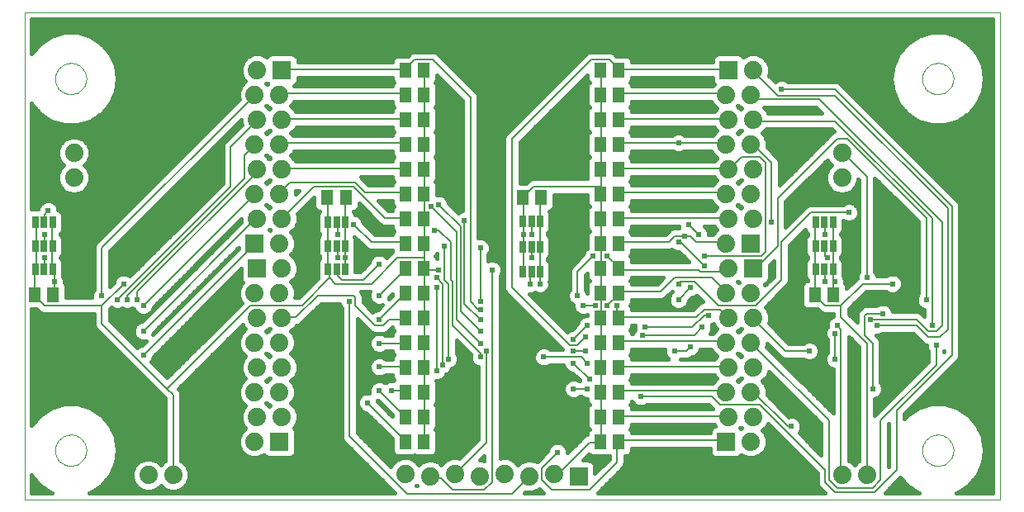
<source format=gbl>
G75*
G70*
%OFA0B0*%
%FSLAX24Y24*%
%IPPOS*%
%LPD*%
%AMOC8*
5,1,8,0,0,1.08239X$1,22.5*
%
%ADD10C,0.0000*%
%ADD11R,0.0740X0.0740*%
%ADD12C,0.0740*%
%ADD13R,0.0512X0.0591*%
%ADD14R,0.0250X0.0500*%
%ADD15C,0.0080*%
%ADD16C,0.0240*%
%ADD17C,0.0160*%
D10*
X000190Y000180D02*
X039561Y000180D01*
X039561Y019865D01*
X000190Y019865D01*
X000190Y000180D01*
X001431Y002180D02*
X001433Y002230D01*
X001439Y002280D01*
X001449Y002329D01*
X001463Y002377D01*
X001480Y002424D01*
X001501Y002469D01*
X001526Y002513D01*
X001554Y002554D01*
X001586Y002593D01*
X001620Y002630D01*
X001657Y002664D01*
X001697Y002694D01*
X001739Y002721D01*
X001783Y002745D01*
X001829Y002766D01*
X001876Y002782D01*
X001924Y002795D01*
X001974Y002804D01*
X002023Y002809D01*
X002074Y002810D01*
X002124Y002807D01*
X002173Y002800D01*
X002222Y002789D01*
X002270Y002774D01*
X002316Y002756D01*
X002361Y002734D01*
X002404Y002708D01*
X002445Y002679D01*
X002484Y002647D01*
X002520Y002612D01*
X002552Y002574D01*
X002582Y002534D01*
X002609Y002491D01*
X002632Y002447D01*
X002651Y002401D01*
X002667Y002353D01*
X002679Y002304D01*
X002687Y002255D01*
X002691Y002205D01*
X002691Y002155D01*
X002687Y002105D01*
X002679Y002056D01*
X002667Y002007D01*
X002651Y001959D01*
X002632Y001913D01*
X002609Y001869D01*
X002582Y001826D01*
X002552Y001786D01*
X002520Y001748D01*
X002484Y001713D01*
X002445Y001681D01*
X002404Y001652D01*
X002361Y001626D01*
X002316Y001604D01*
X002270Y001586D01*
X002222Y001571D01*
X002173Y001560D01*
X002124Y001553D01*
X002074Y001550D01*
X002023Y001551D01*
X001974Y001556D01*
X001924Y001565D01*
X001876Y001578D01*
X001829Y001594D01*
X001783Y001615D01*
X001739Y001639D01*
X001697Y001666D01*
X001657Y001696D01*
X001620Y001730D01*
X001586Y001767D01*
X001554Y001806D01*
X001526Y001847D01*
X001501Y001891D01*
X001480Y001936D01*
X001463Y001983D01*
X001449Y002031D01*
X001439Y002080D01*
X001433Y002130D01*
X001431Y002180D01*
X001431Y017180D02*
X001433Y017230D01*
X001439Y017280D01*
X001449Y017329D01*
X001463Y017377D01*
X001480Y017424D01*
X001501Y017469D01*
X001526Y017513D01*
X001554Y017554D01*
X001586Y017593D01*
X001620Y017630D01*
X001657Y017664D01*
X001697Y017694D01*
X001739Y017721D01*
X001783Y017745D01*
X001829Y017766D01*
X001876Y017782D01*
X001924Y017795D01*
X001974Y017804D01*
X002023Y017809D01*
X002074Y017810D01*
X002124Y017807D01*
X002173Y017800D01*
X002222Y017789D01*
X002270Y017774D01*
X002316Y017756D01*
X002361Y017734D01*
X002404Y017708D01*
X002445Y017679D01*
X002484Y017647D01*
X002520Y017612D01*
X002552Y017574D01*
X002582Y017534D01*
X002609Y017491D01*
X002632Y017447D01*
X002651Y017401D01*
X002667Y017353D01*
X002679Y017304D01*
X002687Y017255D01*
X002691Y017205D01*
X002691Y017155D01*
X002687Y017105D01*
X002679Y017056D01*
X002667Y017007D01*
X002651Y016959D01*
X002632Y016913D01*
X002609Y016869D01*
X002582Y016826D01*
X002552Y016786D01*
X002520Y016748D01*
X002484Y016713D01*
X002445Y016681D01*
X002404Y016652D01*
X002361Y016626D01*
X002316Y016604D01*
X002270Y016586D01*
X002222Y016571D01*
X002173Y016560D01*
X002124Y016553D01*
X002074Y016550D01*
X002023Y016551D01*
X001974Y016556D01*
X001924Y016565D01*
X001876Y016578D01*
X001829Y016594D01*
X001783Y016615D01*
X001739Y016639D01*
X001697Y016666D01*
X001657Y016696D01*
X001620Y016730D01*
X001586Y016767D01*
X001554Y016806D01*
X001526Y016847D01*
X001501Y016891D01*
X001480Y016936D01*
X001463Y016983D01*
X001449Y017031D01*
X001439Y017080D01*
X001433Y017130D01*
X001431Y017180D01*
X036431Y017180D02*
X036433Y017230D01*
X036439Y017280D01*
X036449Y017329D01*
X036463Y017377D01*
X036480Y017424D01*
X036501Y017469D01*
X036526Y017513D01*
X036554Y017554D01*
X036586Y017593D01*
X036620Y017630D01*
X036657Y017664D01*
X036697Y017694D01*
X036739Y017721D01*
X036783Y017745D01*
X036829Y017766D01*
X036876Y017782D01*
X036924Y017795D01*
X036974Y017804D01*
X037023Y017809D01*
X037074Y017810D01*
X037124Y017807D01*
X037173Y017800D01*
X037222Y017789D01*
X037270Y017774D01*
X037316Y017756D01*
X037361Y017734D01*
X037404Y017708D01*
X037445Y017679D01*
X037484Y017647D01*
X037520Y017612D01*
X037552Y017574D01*
X037582Y017534D01*
X037609Y017491D01*
X037632Y017447D01*
X037651Y017401D01*
X037667Y017353D01*
X037679Y017304D01*
X037687Y017255D01*
X037691Y017205D01*
X037691Y017155D01*
X037687Y017105D01*
X037679Y017056D01*
X037667Y017007D01*
X037651Y016959D01*
X037632Y016913D01*
X037609Y016869D01*
X037582Y016826D01*
X037552Y016786D01*
X037520Y016748D01*
X037484Y016713D01*
X037445Y016681D01*
X037404Y016652D01*
X037361Y016626D01*
X037316Y016604D01*
X037270Y016586D01*
X037222Y016571D01*
X037173Y016560D01*
X037124Y016553D01*
X037074Y016550D01*
X037023Y016551D01*
X036974Y016556D01*
X036924Y016565D01*
X036876Y016578D01*
X036829Y016594D01*
X036783Y016615D01*
X036739Y016639D01*
X036697Y016666D01*
X036657Y016696D01*
X036620Y016730D01*
X036586Y016767D01*
X036554Y016806D01*
X036526Y016847D01*
X036501Y016891D01*
X036480Y016936D01*
X036463Y016983D01*
X036449Y017031D01*
X036439Y017080D01*
X036433Y017130D01*
X036431Y017180D01*
X036431Y002180D02*
X036433Y002230D01*
X036439Y002280D01*
X036449Y002329D01*
X036463Y002377D01*
X036480Y002424D01*
X036501Y002469D01*
X036526Y002513D01*
X036554Y002554D01*
X036586Y002593D01*
X036620Y002630D01*
X036657Y002664D01*
X036697Y002694D01*
X036739Y002721D01*
X036783Y002745D01*
X036829Y002766D01*
X036876Y002782D01*
X036924Y002795D01*
X036974Y002804D01*
X037023Y002809D01*
X037074Y002810D01*
X037124Y002807D01*
X037173Y002800D01*
X037222Y002789D01*
X037270Y002774D01*
X037316Y002756D01*
X037361Y002734D01*
X037404Y002708D01*
X037445Y002679D01*
X037484Y002647D01*
X037520Y002612D01*
X037552Y002574D01*
X037582Y002534D01*
X037609Y002491D01*
X037632Y002447D01*
X037651Y002401D01*
X037667Y002353D01*
X037679Y002304D01*
X037687Y002255D01*
X037691Y002205D01*
X037691Y002155D01*
X037687Y002105D01*
X037679Y002056D01*
X037667Y002007D01*
X037651Y001959D01*
X037632Y001913D01*
X037609Y001869D01*
X037582Y001826D01*
X037552Y001786D01*
X037520Y001748D01*
X037484Y001713D01*
X037445Y001681D01*
X037404Y001652D01*
X037361Y001626D01*
X037316Y001604D01*
X037270Y001586D01*
X037222Y001571D01*
X037173Y001560D01*
X037124Y001553D01*
X037074Y001550D01*
X037023Y001551D01*
X036974Y001556D01*
X036924Y001565D01*
X036876Y001578D01*
X036829Y001594D01*
X036783Y001615D01*
X036739Y001639D01*
X036697Y001666D01*
X036657Y001696D01*
X036620Y001730D01*
X036586Y001767D01*
X036554Y001806D01*
X036526Y001847D01*
X036501Y001891D01*
X036480Y001936D01*
X036463Y001983D01*
X036449Y002031D01*
X036439Y002080D01*
X036433Y002130D01*
X036431Y002180D01*
D11*
X028511Y002523D03*
X022561Y001130D03*
X010483Y002523D03*
X009583Y009523D03*
X009483Y010523D03*
X010583Y017523D03*
X028611Y017523D03*
X029511Y010523D03*
X029611Y009523D03*
D12*
X028611Y009523D03*
X028511Y010523D03*
X028611Y011523D03*
X029611Y011523D03*
X029511Y012523D03*
X028511Y012523D03*
X028611Y013523D03*
X029611Y013523D03*
X029511Y014523D03*
X028511Y014523D03*
X028611Y015523D03*
X029611Y015523D03*
X029511Y016523D03*
X028511Y016523D03*
X029611Y017523D03*
X033190Y014180D03*
X033190Y013180D03*
X029511Y008523D03*
X028511Y008523D03*
X028611Y007523D03*
X029611Y007523D03*
X029511Y006523D03*
X028511Y006523D03*
X028611Y005523D03*
X029611Y005523D03*
X029511Y004523D03*
X028511Y004523D03*
X028611Y003523D03*
X029611Y003523D03*
X029511Y002523D03*
X033190Y001180D03*
X034190Y001180D03*
X021561Y001230D03*
X020561Y001130D03*
X019561Y001230D03*
X018561Y001130D03*
X017561Y001230D03*
X016561Y001130D03*
X015561Y001230D03*
X010583Y003523D03*
X009583Y003523D03*
X009483Y004523D03*
X010483Y004523D03*
X010583Y005523D03*
X009583Y005523D03*
X009483Y006523D03*
X010483Y006523D03*
X010583Y007523D03*
X009583Y007523D03*
X009483Y008523D03*
X010483Y008523D03*
X010583Y009523D03*
X010483Y010523D03*
X010583Y011523D03*
X009583Y011523D03*
X009483Y012523D03*
X010483Y012523D03*
X010583Y013523D03*
X009583Y013523D03*
X009483Y014523D03*
X010483Y014523D03*
X010583Y015523D03*
X009583Y015523D03*
X009483Y016523D03*
X010483Y016523D03*
X009583Y017523D03*
X002190Y014180D03*
X002190Y013180D03*
X009483Y002523D03*
X006190Y001180D03*
X005190Y001180D03*
D13*
X015564Y002523D03*
X016313Y002523D03*
X016313Y003523D03*
X015564Y003523D03*
X015564Y004523D03*
X016313Y004523D03*
X016313Y005523D03*
X015564Y005523D03*
X015564Y006523D03*
X016313Y006523D03*
X016313Y007523D03*
X015564Y007523D03*
X015564Y008523D03*
X016313Y008523D03*
X016313Y009523D03*
X015564Y009523D03*
X015564Y010523D03*
X016313Y010523D03*
X016313Y011523D03*
X015564Y011523D03*
X015564Y012523D03*
X016313Y012523D03*
X016313Y013523D03*
X015564Y013523D03*
X015564Y014523D03*
X016313Y014523D03*
X016313Y015523D03*
X015564Y015523D03*
X015564Y016523D03*
X016313Y016523D03*
X016313Y017523D03*
X015564Y017523D03*
X023439Y017523D03*
X024187Y017523D03*
X024187Y016523D03*
X023439Y016523D03*
X023439Y015523D03*
X024187Y015523D03*
X024187Y014523D03*
X023439Y014523D03*
X023439Y013523D03*
X024187Y013523D03*
X024187Y012523D03*
X023439Y012523D03*
X023439Y011523D03*
X024187Y011523D03*
X024187Y010523D03*
X023439Y010523D03*
X023439Y009523D03*
X024187Y009523D03*
X024187Y008523D03*
X023439Y008523D03*
X023439Y007523D03*
X024187Y007523D03*
X024187Y006523D03*
X023439Y006523D03*
X023439Y005523D03*
X024187Y005523D03*
X024187Y004523D03*
X023439Y004523D03*
X023439Y003523D03*
X024187Y003523D03*
X024187Y002523D03*
X023439Y002523D03*
X032100Y008448D03*
X032848Y008448D03*
X021037Y012385D03*
X020289Y012385D03*
X013163Y012385D03*
X012415Y012385D03*
X001352Y008448D03*
X000604Y008448D03*
D14*
X000628Y009485D03*
X000978Y009485D03*
X001328Y009485D03*
X001328Y010430D03*
X000978Y010430D03*
X000628Y010430D03*
X000628Y011375D03*
X000978Y011375D03*
X001328Y011375D03*
X012439Y011375D03*
X012789Y011375D03*
X013139Y011375D03*
X013139Y010430D03*
X012789Y010430D03*
X012439Y010430D03*
X012439Y009485D03*
X012789Y009485D03*
X013139Y009485D03*
X020313Y009379D03*
X020663Y009379D03*
X021013Y009379D03*
X021013Y010402D03*
X020663Y010402D03*
X020313Y010402D03*
X020313Y011426D03*
X020663Y011426D03*
X021013Y011426D03*
X032124Y011375D03*
X032474Y011375D03*
X032824Y011375D03*
X032824Y010430D03*
X032474Y010430D03*
X032124Y010430D03*
X032124Y009485D03*
X032474Y009485D03*
X032824Y009485D03*
D15*
X032830Y009460D01*
X032830Y008980D01*
X032910Y008980D01*
X032830Y008980D02*
X032830Y008500D01*
X032848Y008448D01*
X033150Y008020D02*
X032510Y008020D01*
X032110Y008420D01*
X032100Y008448D01*
X032110Y008500D01*
X032110Y009460D01*
X032124Y009485D01*
X032110Y009540D01*
X032110Y010420D01*
X032124Y010430D01*
X032110Y010500D01*
X032110Y011300D01*
X032124Y011375D01*
X032474Y011375D02*
X032510Y011300D01*
X032510Y010900D01*
X032474Y010430D02*
X032510Y010420D01*
X032510Y010020D01*
X032590Y009940D01*
X032830Y009540D02*
X032824Y009485D01*
X032830Y009540D02*
X032830Y010420D01*
X032824Y010430D01*
X032830Y010500D01*
X032830Y011300D01*
X032824Y011375D01*
X033470Y011780D02*
X031950Y011780D01*
X030750Y010580D01*
X030750Y009060D01*
X029710Y008020D01*
X028190Y008020D01*
X027230Y008980D01*
X026670Y008980D01*
X026590Y008900D01*
X026430Y009140D02*
X027950Y009140D01*
X028510Y008580D01*
X028511Y008523D01*
X028270Y007860D02*
X027630Y007860D01*
X027310Y007540D01*
X024190Y007540D01*
X024187Y007523D01*
X024110Y007540D01*
X024110Y008020D01*
X023710Y008020D02*
X024190Y008500D01*
X024187Y008523D01*
X024190Y008580D01*
X025870Y008580D01*
X026430Y009140D01*
X027070Y008740D02*
X026590Y008260D01*
X027630Y007620D02*
X027790Y007620D01*
X027630Y007620D02*
X027150Y007140D01*
X025230Y007140D01*
X025150Y006820D02*
X027230Y006820D01*
X027550Y007140D01*
X028270Y007860D02*
X028590Y007540D01*
X028611Y007523D01*
X029611Y007523D02*
X029630Y007460D01*
X030910Y006180D01*
X031870Y006180D01*
X032910Y005860D02*
X032910Y006900D01*
X033150Y007060D02*
X033150Y001220D01*
X033190Y001180D01*
X032670Y000980D02*
X032670Y003380D01*
X029550Y006500D01*
X029511Y006523D01*
X028511Y006523D02*
X028510Y006580D01*
X024190Y006580D01*
X024187Y006523D01*
X023470Y006500D02*
X023439Y006523D01*
X023470Y006580D01*
X023470Y007460D01*
X023439Y007523D01*
X023470Y007540D01*
X023470Y008500D01*
X023439Y008523D01*
X023470Y008580D01*
X023470Y009460D01*
X023439Y009523D01*
X023470Y009540D01*
X023470Y010500D01*
X023439Y010523D01*
X023470Y010580D01*
X023470Y011460D01*
X023439Y011523D01*
X023470Y011540D01*
X023470Y012500D01*
X023439Y012523D01*
X023470Y012580D01*
X023470Y012820D01*
X020750Y012820D01*
X020350Y012420D01*
X020289Y012385D01*
X020350Y012340D01*
X020350Y011460D01*
X020313Y011426D01*
X020350Y011380D01*
X020350Y010900D01*
X020350Y010420D01*
X020313Y010402D01*
X020350Y010340D01*
X020350Y009380D01*
X020313Y009379D01*
X020590Y009300D02*
X020663Y009379D01*
X020590Y009300D02*
X020590Y008900D01*
X020990Y008900D02*
X020990Y009300D01*
X021013Y009379D01*
X020990Y009380D01*
X020990Y010340D01*
X021013Y010402D01*
X020990Y010420D01*
X020990Y011380D01*
X021013Y011426D01*
X020990Y011460D01*
X020990Y012340D01*
X021037Y012385D01*
X020663Y011426D02*
X020670Y011380D01*
X020670Y010900D01*
X020663Y010402D02*
X020670Y010340D01*
X020670Y009940D01*
X022510Y009380D02*
X023150Y010020D01*
X023710Y010020D02*
X024190Y009540D01*
X024187Y009523D01*
X024190Y009460D01*
X027390Y009460D01*
X027470Y009380D01*
X028510Y009380D01*
X028590Y009460D01*
X028611Y009523D01*
X027630Y009620D02*
X026670Y010580D01*
X026590Y010580D01*
X026430Y010820D02*
X026830Y010820D01*
X027070Y010820D01*
X027310Y010580D01*
X028510Y010580D01*
X028511Y010523D01*
X027630Y010020D02*
X029950Y010020D01*
X030110Y010180D01*
X030110Y013780D01*
X029870Y014020D01*
X029150Y014020D01*
X028670Y013540D01*
X028611Y013523D01*
X028590Y013540D01*
X024190Y013540D01*
X024187Y013523D01*
X023470Y013540D02*
X023439Y013523D01*
X023470Y013460D01*
X023470Y012820D01*
X024190Y012580D02*
X024187Y012523D01*
X024190Y012580D02*
X028510Y012580D01*
X028511Y012523D01*
X028590Y011540D02*
X028611Y011523D01*
X028590Y011540D02*
X024190Y011540D01*
X024187Y011523D01*
X024190Y010580D02*
X024187Y010523D01*
X024190Y010580D02*
X026190Y010580D01*
X026430Y010820D01*
X026990Y011300D02*
X027390Y010900D01*
X029611Y009523D02*
X029630Y009460D01*
X030590Y010420D01*
X030590Y012340D01*
X032990Y014740D01*
X033390Y014740D01*
X036590Y011540D01*
X036590Y008260D01*
X036190Y007460D02*
X036670Y006980D01*
X036990Y006980D01*
X037230Y007220D01*
X037230Y011380D01*
X032270Y016340D01*
X029710Y016340D01*
X029550Y016500D01*
X029511Y016523D01*
X029630Y017460D02*
X030590Y016500D01*
X032910Y016500D01*
X037470Y011940D01*
X037470Y007060D01*
X037150Y006740D01*
X036670Y006740D01*
X036190Y007220D01*
X034590Y007220D01*
X034350Y007460D02*
X036190Y007460D01*
X036830Y007220D02*
X036830Y011540D01*
X032910Y015460D01*
X029630Y015460D01*
X029611Y015523D01*
X028611Y015523D02*
X028590Y015540D01*
X024190Y015540D01*
X024187Y015523D01*
X023470Y015540D02*
X023439Y015523D01*
X023470Y015460D01*
X023470Y014580D01*
X023439Y014523D01*
X023470Y014500D01*
X023470Y013540D01*
X024187Y014523D02*
X024190Y014580D01*
X026590Y014580D01*
X028510Y014580D01*
X028511Y014523D01*
X029511Y014523D02*
X029550Y014580D01*
X030350Y013780D01*
X030350Y011380D01*
X032474Y009485D02*
X032510Y009460D01*
X032510Y008980D01*
X033150Y008020D02*
X033150Y007540D01*
X034190Y006500D01*
X034190Y001220D01*
X034190Y001180D01*
X034430Y000660D02*
X034750Y000980D01*
X034750Y003380D01*
X036990Y005620D01*
X036990Y006420D01*
X037630Y006020D02*
X037630Y012020D01*
X032910Y016740D01*
X030750Y016740D01*
X029630Y017460D02*
X029611Y017523D01*
X028611Y017523D02*
X028590Y017540D01*
X024190Y017540D01*
X024187Y017523D01*
X024190Y017540D01*
X023790Y017940D01*
X023070Y017940D01*
X019870Y014740D01*
X019870Y008740D01*
X022190Y006420D01*
X022510Y006420D01*
X022830Y006740D01*
X022910Y007220D02*
X022350Y006660D01*
X022350Y006180D02*
X022830Y006180D01*
X022670Y005940D02*
X022910Y005700D01*
X022670Y005940D02*
X021150Y005940D01*
X022350Y005700D02*
X022990Y005060D01*
X022910Y004660D02*
X022350Y004660D01*
X023439Y004523D02*
X023470Y004500D01*
X023470Y003540D01*
X023439Y003523D01*
X023470Y003460D01*
X023470Y002580D01*
X023439Y002523D01*
X023390Y002500D01*
X022990Y002500D01*
X021790Y001300D01*
X021630Y001300D01*
X021561Y001230D01*
X021070Y001460D02*
X021070Y000980D01*
X021470Y000580D01*
X022990Y000580D01*
X024110Y001700D01*
X024110Y002500D01*
X024187Y002523D01*
X024190Y002580D01*
X028510Y002580D01*
X028511Y002523D01*
X028611Y003523D02*
X028590Y003540D01*
X024190Y003540D01*
X024187Y003523D01*
X025070Y004340D02*
X027950Y004340D01*
X028270Y004020D01*
X029870Y004020D01*
X032510Y001380D01*
X032510Y000900D01*
X032910Y000500D01*
X034510Y000500D01*
X035390Y001380D01*
X035390Y003780D01*
X037630Y006020D01*
X034430Y006500D02*
X034430Y004660D01*
X031150Y003140D02*
X030990Y003140D01*
X029550Y004580D01*
X029511Y004523D01*
X028511Y004523D02*
X028510Y004580D01*
X024190Y004580D01*
X024187Y004523D01*
X023470Y004580D02*
X023439Y004523D01*
X023470Y004580D02*
X023470Y005460D01*
X023439Y005523D01*
X023470Y005540D01*
X023470Y006500D01*
X024190Y005540D02*
X024187Y005523D01*
X024190Y005540D02*
X028590Y005540D01*
X028611Y005523D01*
X027070Y006340D02*
X026910Y006180D01*
X026430Y006180D01*
X023230Y008020D02*
X022750Y008020D01*
X022510Y008420D02*
X022510Y009380D01*
X019070Y009460D02*
X019070Y000900D01*
X018750Y000580D01*
X017470Y000580D01*
X016990Y001060D01*
X016590Y001060D01*
X016561Y001130D01*
X017561Y001230D02*
X017630Y001300D01*
X018830Y002500D01*
X018830Y006180D01*
X018590Y006100D02*
X018590Y005940D01*
X018590Y006100D02*
X017470Y007220D01*
X017470Y008980D01*
X017390Y009060D01*
X017390Y010580D01*
X016910Y011060D01*
X016750Y011060D01*
X016350Y011460D02*
X016313Y011523D01*
X016350Y011540D01*
X016350Y012500D01*
X016313Y012523D01*
X016350Y012580D01*
X016350Y013460D01*
X016313Y013523D01*
X016350Y013540D01*
X016350Y014500D01*
X016313Y014523D01*
X016350Y014580D01*
X016350Y015460D01*
X016313Y015523D01*
X016350Y015540D01*
X016350Y016500D01*
X016313Y016523D01*
X016350Y016580D01*
X016350Y017460D01*
X016313Y017523D01*
X016670Y017940D02*
X015950Y017940D01*
X015550Y017540D01*
X015564Y017523D01*
X015550Y017540D01*
X010590Y017540D01*
X010583Y017523D01*
X010510Y016580D02*
X010483Y016523D01*
X010510Y016580D02*
X015550Y016580D01*
X015564Y016523D01*
X015550Y015540D02*
X015564Y015523D01*
X015550Y015540D02*
X010590Y015540D01*
X010583Y015523D01*
X009583Y015523D02*
X009550Y015460D01*
X008510Y014420D01*
X008510Y012820D01*
X003950Y008260D01*
X004350Y008260D02*
X004350Y008420D01*
X009070Y013140D01*
X009070Y014100D01*
X009470Y014500D01*
X009483Y014523D01*
X010483Y014523D02*
X010510Y014580D01*
X015550Y014580D01*
X015564Y014523D01*
X015550Y013540D02*
X015564Y013523D01*
X015550Y013540D02*
X010590Y013540D01*
X010583Y013523D01*
X009630Y013460D02*
X009583Y013523D01*
X009630Y013460D02*
X004750Y008580D01*
X004750Y008260D01*
X004990Y008020D02*
X009470Y012500D01*
X009483Y012523D01*
X010483Y012523D02*
X010510Y012580D01*
X010910Y012980D01*
X013550Y012980D01*
X013950Y012580D01*
X015550Y012580D01*
X015564Y012523D01*
X016590Y012020D02*
X017630Y010980D01*
X017630Y007460D01*
X018590Y006500D01*
X018590Y006980D02*
X017790Y007780D01*
X017790Y011220D01*
X016910Y012100D01*
X016350Y011460D02*
X016350Y010580D01*
X016313Y010523D01*
X016350Y010500D01*
X016350Y009940D01*
X015230Y009940D01*
X014190Y008900D01*
X012750Y008900D01*
X012510Y009140D01*
X011390Y008020D01*
X009310Y008020D01*
X005950Y004660D01*
X006190Y004420D01*
X006190Y001220D01*
X006190Y001180D01*
X000590Y001080D02*
X000570Y001058D01*
X000590Y001080D01*
X000570Y001058D01*
X000590Y001080D01*
X000570Y001058D01*
X000590Y001080D01*
X000570Y001058D01*
X000590Y001080D01*
X000570Y001058D01*
X000590Y001080D01*
X005950Y004660D02*
X003310Y007300D01*
X003310Y008020D01*
X000990Y008020D01*
X000590Y008420D01*
X000604Y008448D01*
X000590Y008500D01*
X000590Y009460D01*
X000628Y009485D01*
X000670Y009540D01*
X000670Y010420D01*
X000628Y010430D01*
X000670Y010500D01*
X000670Y011300D01*
X000628Y011375D01*
X000978Y011375D02*
X000990Y011380D01*
X000990Y011700D01*
X001150Y011860D01*
X001328Y011375D02*
X001310Y011300D01*
X001310Y010500D01*
X001328Y010430D01*
X001310Y010420D01*
X001310Y009540D01*
X001328Y009485D01*
X001390Y009460D01*
X001390Y008980D01*
X001390Y008500D01*
X001352Y008448D01*
X000978Y009485D02*
X000990Y009540D01*
X000990Y009940D01*
X000978Y010430D02*
X000990Y010500D01*
X000990Y010900D01*
X003310Y010340D02*
X009470Y016500D01*
X009483Y016523D01*
X016670Y017940D02*
X018190Y016420D01*
X018190Y008180D01*
X018510Y007860D01*
X018590Y007860D01*
X018590Y008180D02*
X018590Y010340D01*
X017150Y010420D02*
X017150Y009060D01*
X017310Y008900D01*
X017310Y005860D01*
X017070Y005620D02*
X017070Y008900D01*
X016830Y009140D01*
X016910Y009460D02*
X016350Y009460D01*
X016313Y009523D01*
X016350Y009540D01*
X016350Y009940D01*
X016313Y009523D02*
X016350Y009460D01*
X016350Y008580D01*
X016313Y008523D01*
X016350Y008500D01*
X016350Y007540D01*
X016313Y007523D01*
X016350Y007460D01*
X016350Y006580D01*
X016313Y006523D01*
X016350Y006500D01*
X016350Y005540D01*
X016313Y005523D01*
X016350Y005460D01*
X016350Y004580D01*
X016313Y004523D01*
X016350Y004500D01*
X016350Y003540D01*
X016313Y003523D01*
X016350Y003460D01*
X016350Y002580D01*
X016313Y002523D01*
X015564Y002523D02*
X015550Y002580D01*
X014030Y004100D01*
X014510Y004580D02*
X015550Y003540D01*
X015564Y003523D01*
X015564Y004523D02*
X015550Y004580D01*
X014990Y004580D01*
X014510Y005540D02*
X015550Y005540D01*
X015564Y005523D01*
X016830Y005380D02*
X016830Y008740D01*
X015564Y008523D02*
X015550Y008500D01*
X014510Y007460D01*
X014350Y007220D02*
X013550Y008020D01*
X013550Y008340D01*
X013470Y008420D01*
X012030Y008420D01*
X011150Y007540D01*
X010590Y007540D01*
X010583Y007523D01*
X013310Y008180D02*
X013310Y002740D01*
X015630Y000420D01*
X019870Y000420D01*
X020510Y001060D01*
X020561Y001130D01*
X021070Y001460D02*
X021710Y002100D01*
X015550Y006500D02*
X014510Y006500D01*
X015550Y006500D02*
X015564Y006523D01*
X014670Y007220D02*
X014350Y007220D01*
X014670Y007220D02*
X014910Y007460D01*
X015550Y007460D01*
X015564Y007523D01*
X014510Y008420D02*
X015550Y009460D01*
X015564Y009523D01*
X014510Y009700D02*
X013870Y009060D01*
X012990Y009060D01*
X012830Y009220D01*
X012830Y009460D01*
X012789Y009485D01*
X012510Y009460D02*
X012439Y009485D01*
X012430Y009540D01*
X012430Y010420D01*
X012439Y010430D01*
X012430Y010500D01*
X012430Y011300D01*
X012439Y011375D01*
X012430Y011380D01*
X012430Y012340D01*
X012415Y012385D01*
X011870Y012820D02*
X010590Y011540D01*
X010583Y011523D01*
X009583Y011523D02*
X009550Y011540D01*
X004990Y006980D01*
X004990Y006020D02*
X009470Y010500D01*
X009483Y010523D01*
X012510Y009460D02*
X012510Y009140D01*
X013139Y009485D02*
X013150Y009540D01*
X013150Y009940D01*
X013150Y010420D01*
X013139Y010430D01*
X013150Y010500D01*
X013150Y011300D01*
X013139Y011375D01*
X013150Y011380D01*
X013150Y012340D01*
X013163Y012385D01*
X013470Y012820D02*
X011870Y012820D01*
X013470Y012820D02*
X014750Y011540D01*
X015550Y011540D01*
X015564Y011523D01*
X015550Y010580D02*
X014190Y010580D01*
X013470Y011300D01*
X012830Y011300D02*
X012789Y011375D01*
X012830Y011300D02*
X012830Y010900D01*
X012789Y010430D02*
X012830Y010420D01*
X012830Y009940D01*
X015550Y010580D02*
X015564Y010523D01*
X017950Y011460D02*
X017950Y008100D01*
X018590Y007460D01*
X004190Y008900D02*
X003310Y008020D01*
X003310Y008420D02*
X003310Y010340D01*
X023439Y016523D02*
X023470Y016500D01*
X023470Y015540D01*
X023439Y016523D02*
X023470Y016580D01*
X023470Y017460D01*
X023439Y017523D01*
X024190Y016580D02*
X024187Y016523D01*
X024190Y016580D02*
X028510Y016580D01*
X028511Y016523D01*
X033190Y014180D02*
X033230Y014180D01*
X034190Y013220D01*
X034190Y009140D01*
X034030Y008900D02*
X033150Y008020D01*
X034110Y007620D02*
X034110Y006820D01*
X034430Y006500D01*
X033150Y007060D02*
X032990Y007220D01*
X034110Y007620D02*
X034190Y007700D01*
X034830Y007700D01*
X035230Y008900D02*
X034030Y008900D01*
X032670Y000980D02*
X032990Y000660D01*
X034430Y000660D01*
D16*
X031150Y003140D03*
X034430Y004660D03*
X032910Y005860D03*
X031870Y006180D03*
X032910Y006900D03*
X032990Y007220D03*
X034350Y007460D03*
X034590Y007220D03*
X034830Y007700D03*
X036590Y008260D03*
X035230Y008900D03*
X034190Y009140D03*
X032910Y008980D03*
X032510Y008980D03*
X032590Y009940D03*
X032510Y010900D03*
X033470Y011780D03*
X030350Y011380D03*
X027630Y010020D03*
X027630Y009620D03*
X026590Y008900D03*
X027070Y008740D03*
X026590Y008260D03*
X027790Y007620D03*
X027550Y007140D03*
X027070Y006340D03*
X026430Y006180D03*
X025150Y006820D03*
X025230Y007140D03*
X024110Y008020D03*
X023710Y008020D03*
X023230Y008020D03*
X022750Y008020D03*
X022510Y008420D03*
X020990Y008900D03*
X020590Y008900D03*
X019070Y009460D03*
X018590Y010340D03*
X017150Y010420D03*
X016750Y011060D03*
X017950Y011460D03*
X016910Y012100D03*
X016590Y012020D03*
X013470Y011300D03*
X012830Y010900D03*
X012830Y009940D03*
X013150Y009940D03*
X014510Y009700D03*
X014510Y008420D03*
X013310Y008180D03*
X014510Y007460D03*
X014510Y006500D03*
X014510Y005540D03*
X014510Y004580D03*
X014990Y004580D03*
X014030Y004100D03*
X016830Y005380D03*
X017070Y005620D03*
X017310Y005860D03*
X018590Y005940D03*
X018830Y006180D03*
X018590Y006500D03*
X018590Y006980D03*
X018590Y007460D03*
X018590Y007860D03*
X018590Y008180D03*
X016830Y008740D03*
X016830Y009140D03*
X016910Y009460D03*
X020350Y010900D03*
X020670Y010900D03*
X020670Y009940D03*
X023150Y010020D03*
X023710Y010020D03*
X026590Y010580D03*
X026830Y010820D03*
X027390Y010900D03*
X026990Y011300D03*
X026590Y014580D03*
X030750Y016740D03*
X036830Y007220D03*
X036990Y006420D03*
X025070Y004340D03*
X022910Y004660D03*
X022350Y004660D03*
X022990Y005060D03*
X022910Y005700D03*
X022350Y005700D03*
X022350Y006180D03*
X022830Y006180D03*
X022830Y006740D03*
X022350Y006660D03*
X022910Y007220D03*
X021150Y005940D03*
X021710Y002100D03*
X004990Y006020D03*
X004990Y006980D03*
X004990Y008020D03*
X004750Y008260D03*
X004350Y008260D03*
X003950Y008260D03*
X003310Y008420D03*
X004190Y008900D03*
X001390Y008980D03*
X000990Y009940D03*
X000990Y010900D03*
X001150Y011860D03*
D17*
X000989Y012226D02*
X000470Y012226D01*
X000470Y012068D02*
X000803Y012068D01*
X000811Y012087D02*
X000750Y011940D01*
X000750Y011913D01*
X000743Y011905D01*
X000470Y011905D01*
X000470Y016182D01*
X000479Y016164D01*
X000479Y016164D01*
X000829Y015759D01*
X000829Y015759D01*
X001280Y015470D01*
X001793Y015319D01*
X002328Y015319D01*
X002842Y015470D01*
X003292Y015759D01*
X003292Y015759D01*
X003292Y015759D01*
X003642Y016164D01*
X003864Y016650D01*
X003941Y017180D01*
X003864Y017710D01*
X003642Y018196D01*
X003642Y018196D01*
X003292Y018601D01*
X003292Y018601D01*
X002842Y018890D01*
X002842Y018890D01*
X002328Y019041D01*
X001793Y019041D01*
X001280Y018890D01*
X001280Y018890D01*
X000829Y018601D01*
X000829Y018601D01*
X000829Y018601D01*
X000479Y018196D01*
X000470Y018178D01*
X000470Y019585D01*
X039281Y019585D01*
X039281Y000460D01*
X037808Y000460D01*
X037842Y000470D01*
X038292Y000759D01*
X038292Y000759D01*
X038292Y000759D01*
X038642Y001164D01*
X038864Y001650D01*
X038941Y002180D01*
X038864Y002710D01*
X038642Y003196D01*
X038642Y003196D01*
X038292Y003601D01*
X038292Y003601D01*
X037842Y003890D01*
X037842Y003890D01*
X037328Y004041D01*
X036793Y004041D01*
X036280Y003890D01*
X036280Y003890D01*
X035829Y003601D01*
X035829Y003601D01*
X035829Y003601D01*
X035710Y003464D01*
X035710Y003647D01*
X037812Y005749D01*
X037902Y005839D01*
X037950Y005956D01*
X037950Y012084D01*
X037902Y012201D01*
X033182Y016921D01*
X033092Y017011D01*
X032974Y017060D01*
X030996Y017060D01*
X030977Y017079D01*
X030830Y017140D01*
X030671Y017140D01*
X030524Y017079D01*
X030494Y017049D01*
X030228Y017315D01*
X030261Y017393D01*
X030261Y017652D01*
X030162Y017891D01*
X029979Y018074D01*
X029740Y018173D01*
X029481Y018173D01*
X029242Y018074D01*
X029219Y018050D01*
X029218Y018051D01*
X029139Y018130D01*
X029036Y018173D01*
X028185Y018173D01*
X028082Y018130D01*
X028003Y018051D01*
X027961Y017948D01*
X027961Y017860D01*
X024722Y017860D01*
X024722Y017873D01*
X024680Y017976D01*
X024601Y018055D01*
X024498Y018098D01*
X024085Y018098D01*
X023972Y018211D01*
X023854Y018260D01*
X023007Y018260D01*
X022889Y018211D01*
X022799Y018121D01*
X019599Y014921D01*
X019550Y014804D01*
X019550Y008676D01*
X019599Y008559D01*
X019689Y008469D01*
X021898Y006260D01*
X021396Y006260D01*
X021377Y006279D01*
X021230Y006340D01*
X021071Y006340D01*
X020924Y006279D01*
X020811Y006167D01*
X020750Y006020D01*
X020750Y005860D01*
X020811Y005713D01*
X020924Y005601D01*
X021071Y005540D01*
X021230Y005540D01*
X021377Y005601D01*
X021396Y005620D01*
X021951Y005620D01*
X022011Y005473D01*
X022124Y005361D01*
X022271Y005300D01*
X022298Y005300D01*
X022590Y005007D01*
X022590Y004986D01*
X022577Y004999D01*
X022430Y005060D01*
X022271Y005060D01*
X022124Y004999D01*
X022011Y004887D01*
X021950Y004740D01*
X021950Y004580D01*
X022011Y004433D01*
X022124Y004321D01*
X022271Y004260D01*
X022430Y004260D01*
X022577Y004321D01*
X022596Y004340D01*
X022665Y004340D01*
X022684Y004321D01*
X022831Y004260D01*
X022903Y004260D01*
X022903Y004172D01*
X022945Y004069D01*
X022991Y004023D01*
X022945Y003976D01*
X022903Y003873D01*
X022903Y003172D01*
X022945Y003069D01*
X022991Y003023D01*
X022945Y002976D01*
X022903Y002873D01*
X022903Y002810D01*
X022809Y002771D01*
X022719Y002681D01*
X022110Y002073D01*
X022110Y002180D01*
X022050Y002327D01*
X021937Y002439D01*
X021790Y002500D01*
X021631Y002500D01*
X021484Y002439D01*
X021371Y002327D01*
X021310Y002180D01*
X021310Y002153D01*
X020889Y001731D01*
X020865Y001707D01*
X020690Y001780D01*
X020431Y001780D01*
X020192Y001681D01*
X020111Y001599D01*
X019929Y001781D01*
X019690Y001880D01*
X019431Y001880D01*
X019390Y001863D01*
X019390Y009214D01*
X019410Y009233D01*
X019470Y009380D01*
X019470Y009540D01*
X019410Y009687D01*
X019297Y009799D01*
X019150Y009860D01*
X018991Y009860D01*
X018910Y009827D01*
X018910Y010094D01*
X018930Y010113D01*
X018990Y010260D01*
X018990Y010420D01*
X018930Y010567D01*
X018817Y010679D01*
X018670Y010740D01*
X018511Y010740D01*
X018510Y010740D01*
X018510Y016356D01*
X018510Y016484D01*
X018462Y016601D01*
X016942Y018121D01*
X016852Y018211D01*
X016734Y018260D01*
X015887Y018260D01*
X015769Y018211D01*
X015656Y018098D01*
X015253Y018098D01*
X015150Y018055D01*
X015071Y017976D01*
X015029Y017873D01*
X015029Y017860D01*
X011233Y017860D01*
X011233Y017948D01*
X011190Y018051D01*
X011112Y018130D01*
X011009Y018173D01*
X010157Y018173D01*
X010054Y018130D01*
X009976Y018051D01*
X009975Y018050D01*
X009951Y018074D01*
X009712Y018173D01*
X009454Y018173D01*
X009215Y018074D01*
X009032Y017891D01*
X008933Y017652D01*
X008933Y017393D01*
X009032Y017154D01*
X009114Y017073D01*
X008932Y016891D01*
X008833Y016652D01*
X008833Y016393D01*
X008856Y016338D01*
X003039Y010521D01*
X002990Y010404D01*
X002990Y008666D01*
X002971Y008647D01*
X002910Y008500D01*
X002910Y008340D01*
X002911Y008340D01*
X001888Y008340D01*
X001888Y008799D01*
X001845Y008902D01*
X001790Y008956D01*
X001790Y009060D01*
X001733Y009199D01*
X001733Y009791D01*
X001690Y009894D01*
X001630Y009953D01*
X001630Y009962D01*
X001690Y010021D01*
X001733Y010124D01*
X001733Y010736D01*
X001690Y010839D01*
X001630Y010898D01*
X001630Y010907D01*
X001690Y010966D01*
X001733Y011069D01*
X001733Y011681D01*
X001690Y011783D01*
X001611Y011862D01*
X001550Y011888D01*
X001550Y011940D01*
X001490Y012087D01*
X001377Y012199D01*
X001230Y012260D01*
X001071Y012260D01*
X000924Y012199D01*
X000811Y012087D01*
X000747Y011909D02*
X000470Y011909D01*
X000470Y012385D02*
X004902Y012385D01*
X005061Y012543D02*
X002351Y012543D01*
X002320Y012530D02*
X002559Y012629D01*
X002742Y012812D01*
X002840Y013051D01*
X002840Y013309D01*
X002742Y013548D01*
X002610Y013680D01*
X002742Y013812D01*
X002840Y014051D01*
X002840Y014309D01*
X002742Y014548D01*
X002559Y014731D01*
X002320Y014830D01*
X002061Y014830D01*
X001822Y014731D01*
X001639Y014548D01*
X001540Y014309D01*
X001540Y014051D01*
X001639Y013812D01*
X001771Y013680D01*
X001639Y013548D01*
X001540Y013309D01*
X001540Y013051D01*
X001639Y012812D01*
X001822Y012629D01*
X002061Y012530D01*
X002320Y012530D01*
X002030Y012543D02*
X000470Y012543D01*
X000470Y012702D02*
X001750Y012702D01*
X001619Y012860D02*
X000470Y012860D01*
X000470Y013019D02*
X001554Y013019D01*
X001540Y013177D02*
X000470Y013177D01*
X000470Y013336D02*
X001551Y013336D01*
X001617Y013494D02*
X000470Y013494D01*
X000470Y013653D02*
X001744Y013653D01*
X001640Y013811D02*
X000470Y013811D01*
X000470Y013970D02*
X001574Y013970D01*
X001540Y014128D02*
X000470Y014128D01*
X000470Y014287D02*
X001540Y014287D01*
X001597Y014445D02*
X000470Y014445D01*
X000470Y014604D02*
X001695Y014604D01*
X001897Y014762D02*
X000470Y014762D01*
X000470Y014921D02*
X007438Y014921D01*
X007597Y015079D02*
X000470Y015079D01*
X000470Y015238D02*
X007755Y015238D01*
X007914Y015396D02*
X002590Y015396D01*
X002842Y015470D02*
X002842Y015470D01*
X002973Y015555D02*
X008072Y015555D01*
X008231Y015713D02*
X003220Y015713D01*
X003389Y015872D02*
X008389Y015872D01*
X008548Y016030D02*
X003526Y016030D01*
X003642Y016164D02*
X003642Y016164D01*
X003654Y016189D02*
X008706Y016189D01*
X008852Y016347D02*
X003726Y016347D01*
X003798Y016506D02*
X008833Y016506D01*
X008838Y016664D02*
X003866Y016664D01*
X003864Y016650D02*
X003864Y016650D01*
X003889Y016823D02*
X008904Y016823D01*
X009022Y016981D02*
X003912Y016981D01*
X003935Y017140D02*
X009047Y017140D01*
X008972Y017298D02*
X003924Y017298D01*
X003901Y017457D02*
X008933Y017457D01*
X008933Y017615D02*
X003878Y017615D01*
X003864Y017710D02*
X003864Y017710D01*
X003835Y017774D02*
X008983Y017774D01*
X009073Y017932D02*
X003763Y017932D01*
X003690Y018091D02*
X009256Y018091D01*
X009910Y018091D02*
X010015Y018091D01*
X011151Y018091D02*
X015235Y018091D01*
X015053Y017932D02*
X011233Y017932D01*
X011233Y017220D02*
X015029Y017220D01*
X015029Y017172D01*
X015071Y017069D01*
X015117Y017023D01*
X015071Y016976D01*
X015040Y016900D01*
X011075Y016900D01*
X011112Y016915D01*
X011190Y016994D01*
X011233Y017097D01*
X011233Y017220D01*
X011233Y017140D02*
X015042Y017140D01*
X015076Y016981D02*
X011177Y016981D01*
X011078Y016260D02*
X015029Y016260D01*
X015029Y016172D01*
X015071Y016069D01*
X015117Y016023D01*
X015071Y015976D01*
X015029Y015873D01*
X015029Y015860D01*
X011147Y015860D01*
X011134Y015891D01*
X010952Y016073D01*
X011034Y016154D01*
X011078Y016260D01*
X011048Y016189D02*
X015029Y016189D01*
X015110Y016030D02*
X010995Y016030D01*
X011142Y015872D02*
X015029Y015872D01*
X015029Y015220D02*
X015029Y015172D01*
X015071Y015069D01*
X015117Y015023D01*
X015071Y014976D01*
X015040Y014900D01*
X011025Y014900D01*
X010952Y014973D01*
X011134Y015154D01*
X011161Y015220D01*
X015029Y015220D01*
X015067Y015079D02*
X011059Y015079D01*
X011004Y014921D02*
X015048Y014921D01*
X015029Y014260D02*
X015029Y014172D01*
X015071Y014069D01*
X015117Y014023D01*
X015071Y013976D01*
X015029Y013873D01*
X015029Y013860D01*
X011147Y013860D01*
X011134Y013891D01*
X010952Y014073D01*
X011034Y014154D01*
X011078Y014260D01*
X015029Y014260D01*
X015047Y014128D02*
X011008Y014128D01*
X011055Y013970D02*
X015068Y013970D01*
X015029Y013220D02*
X013763Y013220D01*
X013822Y013161D01*
X014083Y012900D01*
X015040Y012900D01*
X015071Y012976D01*
X015117Y013023D01*
X015071Y013069D01*
X015029Y013172D01*
X015029Y013220D01*
X015029Y013177D02*
X013806Y013177D01*
X013965Y013019D02*
X015113Y013019D01*
X015029Y012260D02*
X014483Y012260D01*
X014883Y011860D01*
X015029Y011860D01*
X015029Y011873D01*
X015071Y011976D01*
X015117Y012023D01*
X015071Y012069D01*
X015029Y012172D01*
X015029Y012260D01*
X015029Y012226D02*
X014517Y012226D01*
X014676Y012068D02*
X015072Y012068D01*
X015043Y011909D02*
X014834Y011909D01*
X014404Y011434D02*
X013848Y011434D01*
X013870Y011380D02*
X013810Y011527D01*
X013697Y011639D01*
X013550Y011700D01*
X013536Y011700D01*
X013501Y011783D01*
X013475Y011810D01*
X013577Y011852D01*
X013656Y011931D01*
X013699Y012034D01*
X013699Y012139D01*
X014569Y011269D01*
X014687Y011220D01*
X015029Y011220D01*
X015029Y011172D01*
X015071Y011069D01*
X015117Y011023D01*
X015071Y010976D01*
X015040Y010900D01*
X014323Y010900D01*
X013870Y011353D01*
X013870Y011380D01*
X013948Y011275D02*
X014563Y011275D01*
X014246Y011592D02*
X013744Y011592D01*
X013515Y011751D02*
X014087Y011751D01*
X013929Y011909D02*
X013634Y011909D01*
X013699Y012068D02*
X013770Y012068D01*
X012103Y011810D02*
X012077Y011783D01*
X012034Y011681D01*
X012034Y011069D01*
X012077Y010966D01*
X012110Y010932D01*
X012110Y010873D01*
X012077Y010839D01*
X012034Y010736D01*
X012034Y010124D01*
X012077Y010021D01*
X012110Y009987D01*
X012110Y009928D01*
X012077Y009894D01*
X012034Y009791D01*
X012034Y009179D01*
X012052Y009135D01*
X011258Y008340D01*
X011111Y008340D01*
X011133Y008393D01*
X011133Y008652D01*
X011034Y008891D01*
X010952Y008973D01*
X011134Y009154D01*
X011233Y009393D01*
X011233Y009652D01*
X011134Y009891D01*
X010952Y010073D01*
X011034Y010154D01*
X011133Y010393D01*
X011133Y010652D01*
X011034Y010891D01*
X010952Y010973D01*
X011134Y011154D01*
X011233Y011393D01*
X011233Y011652D01*
X011210Y011707D01*
X011879Y012376D01*
X011879Y012034D01*
X011922Y011931D01*
X012000Y011852D01*
X012103Y011810D01*
X012063Y011751D02*
X011254Y011751D01*
X011233Y011592D02*
X012034Y011592D01*
X012034Y011434D02*
X011233Y011434D01*
X011184Y011275D02*
X012034Y011275D01*
X012034Y011117D02*
X011096Y011117D01*
X010967Y010958D02*
X012085Y010958D01*
X012060Y010800D02*
X011072Y010800D01*
X011133Y010641D02*
X012034Y010641D01*
X012034Y010483D02*
X011133Y010483D01*
X011104Y010324D02*
X012034Y010324D01*
X012034Y010166D02*
X011039Y010166D01*
X011018Y010007D02*
X012091Y010007D01*
X012058Y009849D02*
X011152Y009849D01*
X011217Y009690D02*
X012034Y009690D01*
X012034Y009532D02*
X011233Y009532D01*
X011225Y009373D02*
X012034Y009373D01*
X012034Y009215D02*
X011159Y009215D01*
X011036Y009056D02*
X011974Y009056D01*
X011815Y008898D02*
X011027Y008898D01*
X011097Y008739D02*
X011657Y008739D01*
X011498Y008581D02*
X011133Y008581D01*
X011133Y008422D02*
X011340Y008422D01*
X012163Y008100D02*
X012911Y008100D01*
X012971Y007953D01*
X012990Y007934D01*
X012990Y002676D01*
X013039Y002559D01*
X015138Y000460D01*
X002808Y000460D01*
X002842Y000470D01*
X003292Y000759D01*
X003292Y000759D01*
X003292Y000759D01*
X003642Y001164D01*
X003864Y001650D01*
X003941Y002180D01*
X003864Y002710D01*
X003642Y003196D01*
X003642Y003196D01*
X003292Y003601D01*
X003292Y003601D01*
X002842Y003890D01*
X002842Y003890D01*
X002328Y004041D01*
X001793Y004041D01*
X001280Y003890D01*
X001280Y003890D01*
X000829Y003601D01*
X000829Y003601D01*
X000829Y003601D01*
X000479Y003196D01*
X000470Y003178D01*
X000470Y007872D01*
X000685Y007872D01*
X000809Y007749D01*
X000927Y007700D01*
X002990Y007700D01*
X002990Y007236D01*
X003039Y007119D01*
X003129Y007029D01*
X005679Y004479D01*
X005870Y004287D01*
X005870Y001751D01*
X005822Y001731D01*
X005690Y001599D01*
X005559Y001731D01*
X005320Y001830D01*
X005061Y001830D01*
X004822Y001731D01*
X004639Y001548D01*
X004540Y001309D01*
X004540Y001051D01*
X004639Y000812D01*
X004822Y000629D01*
X005061Y000530D01*
X005320Y000530D01*
X005559Y000629D01*
X005690Y000761D01*
X005822Y000629D01*
X006061Y000530D01*
X006320Y000530D01*
X006559Y000629D01*
X006742Y000812D01*
X006840Y001051D01*
X006840Y001309D01*
X006742Y001548D01*
X006559Y001731D01*
X006510Y001751D01*
X006510Y004484D01*
X006462Y004601D01*
X006403Y004660D01*
X008993Y007250D01*
X009032Y007154D01*
X008897Y007154D01*
X009032Y007154D02*
X009114Y007073D01*
X008932Y006891D01*
X008833Y006652D01*
X008833Y006393D01*
X008932Y006154D01*
X009114Y005973D01*
X009032Y005891D01*
X008933Y005652D01*
X008933Y005393D01*
X009032Y005154D01*
X009114Y005073D01*
X008932Y004891D01*
X008833Y004652D01*
X008833Y004393D01*
X008932Y004154D01*
X009114Y003973D01*
X009032Y003891D01*
X008933Y003652D01*
X008933Y003393D01*
X009032Y003154D01*
X009114Y003073D01*
X008932Y002891D01*
X008833Y002652D01*
X008833Y002393D01*
X008932Y002154D01*
X009115Y001971D01*
X009354Y001873D01*
X009612Y001873D01*
X009851Y001971D01*
X009875Y001995D01*
X009876Y001994D01*
X009954Y001915D01*
X010057Y001873D01*
X010909Y001873D01*
X011012Y001915D01*
X011090Y001994D01*
X011133Y002097D01*
X011133Y002948D01*
X011090Y003051D01*
X011061Y003081D01*
X011134Y003154D01*
X011233Y003393D01*
X011233Y003652D01*
X011134Y003891D01*
X010952Y004073D01*
X011034Y004154D01*
X011133Y004393D01*
X011133Y004652D01*
X011034Y004891D01*
X010952Y004973D01*
X011134Y005154D01*
X011233Y005393D01*
X011233Y005652D01*
X011134Y005891D01*
X010952Y006073D01*
X011034Y006154D01*
X011133Y006393D01*
X011133Y006652D01*
X011034Y006891D01*
X010952Y006973D01*
X011134Y007154D01*
X012990Y007154D01*
X012990Y006996D02*
X010975Y006996D01*
X011056Y006837D02*
X012990Y006837D01*
X012990Y006679D02*
X011122Y006679D01*
X011133Y006520D02*
X012990Y006520D01*
X012990Y006362D02*
X011120Y006362D01*
X011054Y006203D02*
X012990Y006203D01*
X012990Y006045D02*
X010980Y006045D01*
X011136Y005886D02*
X012990Y005886D01*
X012990Y005728D02*
X011202Y005728D01*
X011233Y005569D02*
X012990Y005569D01*
X012990Y005411D02*
X011233Y005411D01*
X011175Y005252D02*
X012990Y005252D01*
X012990Y005094D02*
X011073Y005094D01*
X010990Y004935D02*
X012990Y004935D01*
X012990Y004777D02*
X011081Y004777D01*
X011133Y004618D02*
X012990Y004618D01*
X012990Y004460D02*
X011133Y004460D01*
X011095Y004301D02*
X012990Y004301D01*
X012990Y004143D02*
X011022Y004143D01*
X011041Y003984D02*
X012990Y003984D01*
X012990Y003826D02*
X011161Y003826D01*
X011227Y003667D02*
X012990Y003667D01*
X012990Y003509D02*
X011233Y003509D01*
X011215Y003350D02*
X012990Y003350D01*
X012990Y003192D02*
X011149Y003192D01*
X011098Y003033D02*
X012990Y003033D01*
X012990Y002875D02*
X011133Y002875D01*
X011133Y002716D02*
X012990Y002716D01*
X013040Y002558D02*
X011133Y002558D01*
X011133Y002399D02*
X013199Y002399D01*
X013357Y002241D02*
X011133Y002241D01*
X011127Y002082D02*
X013516Y002082D01*
X013674Y001924D02*
X011020Y001924D01*
X009946Y001924D02*
X009735Y001924D01*
X009231Y001924D02*
X006510Y001924D01*
X006510Y002082D02*
X009004Y002082D01*
X008896Y002241D02*
X006510Y002241D01*
X006510Y002399D02*
X008833Y002399D01*
X008833Y002558D02*
X006510Y002558D01*
X006510Y002716D02*
X008860Y002716D01*
X008925Y002875D02*
X006510Y002875D01*
X006510Y003033D02*
X009074Y003033D01*
X009017Y003192D02*
X006510Y003192D01*
X006510Y003350D02*
X008951Y003350D01*
X008933Y003509D02*
X006510Y003509D01*
X006510Y003667D02*
X008939Y003667D01*
X009005Y003826D02*
X006510Y003826D01*
X006510Y003984D02*
X009102Y003984D01*
X008944Y004143D02*
X006510Y004143D01*
X006510Y004301D02*
X008871Y004301D01*
X008833Y004460D02*
X006510Y004460D01*
X006445Y004618D02*
X008833Y004618D01*
X008885Y004777D02*
X006520Y004777D01*
X006678Y004935D02*
X008976Y004935D01*
X009093Y005094D02*
X006837Y005094D01*
X006995Y005252D02*
X008991Y005252D01*
X008933Y005411D02*
X007154Y005411D01*
X007312Y005569D02*
X008933Y005569D01*
X008964Y005728D02*
X007471Y005728D01*
X007629Y005886D02*
X009030Y005886D01*
X009042Y006045D02*
X007788Y006045D01*
X007946Y006203D02*
X008912Y006203D01*
X008846Y006362D02*
X008105Y006362D01*
X008263Y006520D02*
X008833Y006520D01*
X008844Y006679D02*
X008422Y006679D01*
X008580Y006837D02*
X008910Y006837D01*
X009037Y006996D02*
X008739Y006996D01*
X007992Y007154D02*
X006577Y007154D01*
X006419Y006996D02*
X007833Y006996D01*
X007675Y006837D02*
X006260Y006837D01*
X006102Y006679D02*
X007516Y006679D01*
X007358Y006520D02*
X005943Y006520D01*
X005785Y006362D02*
X007199Y006362D01*
X007041Y006203D02*
X005626Y006203D01*
X005468Y006045D02*
X006882Y006045D01*
X006724Y005886D02*
X005368Y005886D01*
X005390Y005940D02*
X005390Y005967D01*
X008933Y009510D01*
X008933Y009097D01*
X008976Y008994D01*
X009005Y008964D01*
X008932Y008891D01*
X008833Y008652D01*
X008833Y008393D01*
X008932Y008154D01*
X008962Y008124D01*
X005950Y005113D01*
X005300Y005763D01*
X005330Y005793D01*
X005390Y005940D01*
X005336Y005728D02*
X006565Y005728D01*
X006407Y005569D02*
X005494Y005569D01*
X005653Y005411D02*
X006248Y005411D01*
X006090Y005252D02*
X005811Y005252D01*
X005223Y004935D02*
X000470Y004935D01*
X000470Y004777D02*
X005381Y004777D01*
X005540Y004618D02*
X000470Y004618D01*
X000470Y004460D02*
X005698Y004460D01*
X005857Y004301D02*
X000470Y004301D01*
X000470Y004143D02*
X005870Y004143D01*
X005870Y003984D02*
X002522Y003984D01*
X002942Y003826D02*
X005870Y003826D01*
X005870Y003667D02*
X003189Y003667D01*
X003372Y003509D02*
X005870Y003509D01*
X005870Y003350D02*
X003509Y003350D01*
X003644Y003192D02*
X005870Y003192D01*
X005870Y003033D02*
X003717Y003033D01*
X003789Y002875D02*
X005870Y002875D01*
X005870Y002716D02*
X003862Y002716D01*
X003864Y002710D02*
X003864Y002710D01*
X003886Y002558D02*
X005870Y002558D01*
X005870Y002399D02*
X003909Y002399D01*
X003932Y002241D02*
X005870Y002241D01*
X005870Y002082D02*
X003926Y002082D01*
X003904Y001924D02*
X005870Y001924D01*
X005870Y001765D02*
X005477Y001765D01*
X005683Y001607D02*
X005698Y001607D01*
X004904Y001765D02*
X003881Y001765D01*
X003864Y001650D02*
X003864Y001650D01*
X003844Y001607D02*
X004698Y001607D01*
X004598Y001448D02*
X003772Y001448D01*
X003700Y001290D02*
X004540Y001290D01*
X004540Y001131D02*
X003614Y001131D01*
X003642Y001164D02*
X003642Y001164D01*
X003477Y000973D02*
X004573Y000973D01*
X004639Y000814D02*
X003339Y000814D01*
X003130Y000656D02*
X004796Y000656D01*
X005585Y000656D02*
X005796Y000656D01*
X006585Y000656D02*
X014942Y000656D01*
X014784Y000814D02*
X006742Y000814D01*
X006808Y000973D02*
X014625Y000973D01*
X014467Y001131D02*
X006840Y001131D01*
X006840Y001290D02*
X014308Y001290D01*
X014150Y001448D02*
X006783Y001448D01*
X006683Y001607D02*
X013991Y001607D01*
X013833Y001765D02*
X006510Y001765D01*
X002884Y000497D02*
X015101Y000497D01*
X015990Y000740D02*
X016011Y000761D01*
X016031Y000740D01*
X015990Y000740D01*
X016111Y001599D02*
X015929Y001781D01*
X015690Y001880D01*
X015431Y001880D01*
X015192Y001781D01*
X015010Y001598D01*
X014979Y001524D01*
X013630Y002873D01*
X013630Y007487D01*
X014079Y007039D01*
X014079Y007039D01*
X014169Y006949D01*
X014287Y006900D01*
X014734Y006900D01*
X014852Y006949D01*
X014942Y007039D01*
X015042Y007139D01*
X015071Y007069D01*
X015117Y007023D01*
X015071Y006976D01*
X015029Y006873D01*
X015029Y006820D01*
X014756Y006820D01*
X014737Y006839D01*
X014590Y006900D01*
X014431Y006900D01*
X014284Y006839D01*
X014171Y006727D01*
X014110Y006580D01*
X014110Y006420D01*
X014171Y006273D01*
X014284Y006161D01*
X014431Y006100D01*
X014590Y006100D01*
X014737Y006161D01*
X014756Y006180D01*
X015029Y006180D01*
X015029Y006172D01*
X015071Y006069D01*
X015117Y006023D01*
X015071Y005976D01*
X015029Y005873D01*
X015029Y005860D01*
X014756Y005860D01*
X014737Y005879D01*
X014590Y005940D01*
X014431Y005940D01*
X014284Y005879D01*
X014171Y005767D01*
X014110Y005620D01*
X014110Y005460D01*
X014171Y005313D01*
X014284Y005201D01*
X014431Y005140D01*
X014590Y005140D01*
X014737Y005201D01*
X014756Y005220D01*
X015029Y005220D01*
X015029Y005172D01*
X015071Y005069D01*
X015117Y005023D01*
X015073Y004979D01*
X015070Y004980D01*
X014911Y004980D01*
X014764Y004919D01*
X014750Y004906D01*
X014737Y004919D01*
X014590Y004980D01*
X014431Y004980D01*
X014284Y004919D01*
X014171Y004807D01*
X014110Y004660D01*
X014110Y004500D01*
X013951Y004500D01*
X013804Y004439D01*
X013691Y004327D01*
X013630Y004180D01*
X013630Y004020D01*
X013691Y003873D01*
X013804Y003761D01*
X013951Y003700D01*
X013978Y003700D01*
X015029Y002649D01*
X015029Y002172D01*
X015071Y002069D01*
X015150Y001990D01*
X015253Y001947D01*
X015876Y001947D01*
X015939Y001973D01*
X016001Y001947D01*
X016624Y001947D01*
X016727Y001990D01*
X016806Y002069D01*
X016848Y002172D01*
X016848Y002873D01*
X016806Y002976D01*
X016760Y003023D01*
X016806Y003069D01*
X016848Y003172D01*
X016848Y003873D01*
X016806Y003976D01*
X016760Y004023D01*
X016806Y004069D01*
X016848Y004172D01*
X016848Y004873D01*
X016806Y004976D01*
X016802Y004980D01*
X016910Y004980D01*
X017057Y005041D01*
X017170Y005153D01*
X017207Y005244D01*
X017297Y005281D01*
X017410Y005393D01*
X017447Y005484D01*
X017537Y005521D01*
X017650Y005633D01*
X017710Y005780D01*
X017710Y005940D01*
X017650Y006087D01*
X017630Y006106D01*
X017630Y006607D01*
X018199Y006039D01*
X018190Y006020D01*
X018190Y005860D01*
X018251Y005713D01*
X018364Y005601D01*
X018510Y005540D01*
X018510Y002633D01*
X017738Y001860D01*
X017690Y001880D01*
X017431Y001880D01*
X017192Y001781D01*
X017011Y001599D01*
X016929Y001681D01*
X016690Y001780D01*
X016431Y001780D01*
X016192Y001681D01*
X016111Y001599D01*
X016118Y001607D02*
X016103Y001607D01*
X015945Y001765D02*
X016395Y001765D01*
X016726Y001765D02*
X017176Y001765D01*
X017018Y001607D02*
X017003Y001607D01*
X016811Y002082D02*
X017960Y002082D01*
X018118Y002241D02*
X016848Y002241D01*
X016848Y002399D02*
X018277Y002399D01*
X018435Y002558D02*
X016848Y002558D01*
X016848Y002716D02*
X018510Y002716D01*
X018510Y002875D02*
X016848Y002875D01*
X016770Y003033D02*
X018510Y003033D01*
X018510Y003192D02*
X016848Y003192D01*
X016848Y003350D02*
X018510Y003350D01*
X018510Y003509D02*
X016848Y003509D01*
X016848Y003667D02*
X018510Y003667D01*
X018510Y003826D02*
X016848Y003826D01*
X016798Y003984D02*
X018510Y003984D01*
X018510Y004143D02*
X016836Y004143D01*
X016848Y004301D02*
X018510Y004301D01*
X018510Y004460D02*
X016848Y004460D01*
X016848Y004618D02*
X018510Y004618D01*
X018510Y004777D02*
X016848Y004777D01*
X016823Y004935D02*
X018510Y004935D01*
X018510Y005094D02*
X017110Y005094D01*
X017227Y005252D02*
X018510Y005252D01*
X018510Y005411D02*
X017417Y005411D01*
X017585Y005569D02*
X018441Y005569D01*
X018246Y005728D02*
X017689Y005728D01*
X017710Y005886D02*
X018190Y005886D01*
X018193Y006045D02*
X017667Y006045D01*
X017630Y006203D02*
X018035Y006203D01*
X017876Y006362D02*
X017630Y006362D01*
X017630Y006520D02*
X017718Y006520D01*
X019390Y006520D02*
X021638Y006520D01*
X021796Y006362D02*
X019390Y006362D01*
X019390Y006203D02*
X020848Y006203D01*
X020761Y006045D02*
X019390Y006045D01*
X019390Y005886D02*
X020750Y005886D01*
X020806Y005728D02*
X019390Y005728D01*
X019390Y005569D02*
X021001Y005569D01*
X021300Y005569D02*
X021972Y005569D01*
X022074Y005411D02*
X019390Y005411D01*
X019390Y005252D02*
X022346Y005252D01*
X022504Y005094D02*
X019390Y005094D01*
X019390Y004935D02*
X022060Y004935D01*
X021966Y004777D02*
X019390Y004777D01*
X019390Y004618D02*
X021950Y004618D01*
X022001Y004460D02*
X019390Y004460D01*
X019390Y004301D02*
X022172Y004301D01*
X022529Y004301D02*
X022732Y004301D01*
X022915Y004143D02*
X019390Y004143D01*
X019390Y003984D02*
X022953Y003984D01*
X022903Y003826D02*
X019390Y003826D01*
X019390Y003667D02*
X022903Y003667D01*
X022903Y003509D02*
X019390Y003509D01*
X019390Y003350D02*
X022903Y003350D01*
X022903Y003192D02*
X019390Y003192D01*
X019390Y003033D02*
X022981Y003033D01*
X022903Y002875D02*
X019390Y002875D01*
X019390Y002716D02*
X022754Y002716D01*
X022595Y002558D02*
X019390Y002558D01*
X019390Y002399D02*
X021444Y002399D01*
X021336Y002241D02*
X019390Y002241D01*
X019390Y002082D02*
X021240Y002082D01*
X021081Y001924D02*
X019390Y001924D01*
X018750Y001924D02*
X018707Y001924D01*
X018750Y001967D02*
X018750Y001755D01*
X018690Y001780D01*
X018563Y001780D01*
X018750Y001967D01*
X018750Y001765D02*
X018726Y001765D01*
X017801Y001924D02*
X014580Y001924D01*
X014421Y002082D02*
X015066Y002082D01*
X015029Y002241D02*
X014263Y002241D01*
X014104Y002399D02*
X015029Y002399D01*
X015029Y002558D02*
X013946Y002558D01*
X013787Y002716D02*
X014962Y002716D01*
X014803Y002875D02*
X013630Y002875D01*
X013630Y003033D02*
X014645Y003033D01*
X014486Y003192D02*
X013630Y003192D01*
X013630Y003350D02*
X014328Y003350D01*
X014169Y003509D02*
X013630Y003509D01*
X013630Y003667D02*
X014011Y003667D01*
X013739Y003826D02*
X013630Y003826D01*
X013630Y003984D02*
X013646Y003984D01*
X013630Y004143D02*
X013630Y004143D01*
X013630Y004301D02*
X013681Y004301D01*
X013630Y004460D02*
X013853Y004460D01*
X014110Y004500D02*
X014111Y004500D01*
X014110Y004500D01*
X014110Y004618D02*
X013630Y004618D01*
X013630Y004777D02*
X014159Y004777D01*
X014322Y004935D02*
X013630Y004935D01*
X013630Y005094D02*
X015061Y005094D01*
X014802Y004935D02*
X014699Y004935D01*
X014233Y005252D02*
X013630Y005252D01*
X013630Y005411D02*
X014131Y005411D01*
X014110Y005569D02*
X013630Y005569D01*
X013630Y005728D02*
X014155Y005728D01*
X014301Y005886D02*
X013630Y005886D01*
X013630Y006045D02*
X015095Y006045D01*
X015034Y005886D02*
X014720Y005886D01*
X014242Y006203D02*
X013630Y006203D01*
X013630Y006362D02*
X014135Y006362D01*
X014110Y006520D02*
X013630Y006520D01*
X013630Y006679D02*
X014151Y006679D01*
X014282Y006837D02*
X013630Y006837D01*
X013630Y006996D02*
X014122Y006996D01*
X013964Y007154D02*
X013630Y007154D01*
X013630Y007313D02*
X013805Y007313D01*
X013647Y007471D02*
X013630Y007471D01*
X014235Y007788D02*
X014273Y007788D01*
X014284Y007799D02*
X014254Y007769D01*
X013870Y008153D01*
X013870Y008404D01*
X013822Y008521D01*
X013763Y008580D01*
X014144Y008580D01*
X014110Y008500D01*
X014110Y008340D01*
X014171Y008193D01*
X014284Y008081D01*
X014431Y008020D01*
X014590Y008020D01*
X014638Y008040D01*
X014458Y007860D01*
X014431Y007860D01*
X014284Y007799D01*
X014077Y007947D02*
X014544Y007947D01*
X014260Y008105D02*
X013918Y008105D01*
X013870Y008264D02*
X014142Y008264D01*
X014110Y008422D02*
X013863Y008422D01*
X012978Y007947D02*
X012010Y007947D01*
X012163Y008100D02*
X011422Y007359D01*
X011332Y007269D01*
X011214Y007220D01*
X011161Y007220D01*
X011134Y007154D01*
X011376Y007313D02*
X012990Y007313D01*
X012990Y007471D02*
X011534Y007471D01*
X011693Y007630D02*
X012990Y007630D01*
X012990Y007788D02*
X011851Y007788D01*
X010114Y007073D02*
X009983Y006942D01*
X009952Y006973D01*
X010083Y007103D01*
X010114Y007073D01*
X010037Y006996D02*
X009975Y006996D01*
X009983Y006103D02*
X010114Y005973D01*
X010083Y005942D01*
X009952Y006073D01*
X009983Y006103D01*
X009980Y006045D02*
X010042Y006045D01*
X010083Y005103D02*
X010114Y005073D01*
X009983Y004942D01*
X009952Y004973D01*
X010083Y005103D01*
X010073Y005094D02*
X010093Y005094D01*
X009983Y004103D02*
X010114Y003973D01*
X010083Y003942D01*
X009952Y004073D01*
X009983Y004103D01*
X010041Y003984D02*
X010102Y003984D01*
X014430Y004153D02*
X014430Y004180D01*
X014431Y004180D01*
X014458Y004180D01*
X015029Y003609D01*
X015029Y003554D01*
X014430Y004153D01*
X014441Y004143D02*
X014495Y004143D01*
X014430Y004180D02*
X014430Y004180D01*
X014599Y003984D02*
X014654Y003984D01*
X014758Y003826D02*
X014812Y003826D01*
X014916Y003667D02*
X014971Y003667D01*
X015176Y001765D02*
X014738Y001765D01*
X014897Y001607D02*
X015018Y001607D01*
X019945Y001765D02*
X020395Y001765D01*
X020118Y001607D02*
X020103Y001607D01*
X020726Y001765D02*
X020923Y001765D01*
X022110Y002082D02*
X022120Y002082D01*
X022085Y002241D02*
X022278Y002241D01*
X022437Y002399D02*
X021977Y002399D01*
X022723Y001780D02*
X022978Y002035D01*
X023024Y001990D01*
X023127Y001947D01*
X023750Y001947D01*
X023790Y001964D01*
X023790Y001833D01*
X023211Y001253D01*
X023211Y001556D01*
X023168Y001659D01*
X023089Y001737D01*
X022986Y001780D01*
X022723Y001780D01*
X022867Y001924D02*
X023790Y001924D01*
X023723Y001765D02*
X023022Y001765D01*
X023190Y001607D02*
X023564Y001607D01*
X023406Y001448D02*
X023211Y001448D01*
X023211Y001290D02*
X023247Y001290D01*
X023677Y000814D02*
X032200Y000814D01*
X032190Y000836D02*
X032239Y000719D01*
X032498Y000460D01*
X023323Y000460D01*
X024292Y001429D01*
X024382Y001519D01*
X024430Y001636D01*
X024430Y001947D01*
X024498Y001947D01*
X024601Y001990D01*
X024680Y002069D01*
X024722Y002172D01*
X024722Y002260D01*
X027861Y002260D01*
X027861Y002097D01*
X027903Y001994D01*
X027982Y001915D01*
X028085Y001873D01*
X028936Y001873D01*
X029039Y001915D01*
X029118Y001994D01*
X029119Y001995D01*
X029142Y001971D01*
X029381Y001873D01*
X029640Y001873D01*
X029879Y001971D01*
X030062Y002154D01*
X030161Y002393D01*
X030161Y002652D01*
X030062Y002891D01*
X029980Y002973D01*
X030162Y003154D01*
X030197Y003241D01*
X032190Y001247D01*
X032190Y000836D01*
X032190Y000973D02*
X023836Y000973D01*
X023994Y001131D02*
X032190Y001131D01*
X032148Y001290D02*
X024153Y001290D01*
X024311Y001448D02*
X031990Y001448D01*
X031831Y001607D02*
X024418Y001607D01*
X024430Y001765D02*
X031673Y001765D01*
X031514Y001924D02*
X029763Y001924D01*
X029989Y002082D02*
X031356Y002082D01*
X031197Y002241D02*
X030097Y002241D01*
X030161Y002399D02*
X031039Y002399D01*
X030880Y002558D02*
X030161Y002558D01*
X030134Y002716D02*
X030722Y002716D01*
X030563Y002875D02*
X030068Y002875D01*
X030040Y003033D02*
X030405Y003033D01*
X030246Y003192D02*
X030177Y003192D01*
X029141Y003073D02*
X029111Y003103D01*
X029088Y003081D01*
X029118Y003051D01*
X029119Y003050D01*
X029141Y003073D01*
X028057Y003161D02*
X027982Y003130D01*
X027903Y003051D01*
X027861Y002948D01*
X027861Y002900D01*
X024711Y002900D01*
X024680Y002976D01*
X024634Y003023D01*
X024680Y003069D01*
X024722Y003172D01*
X024722Y003220D01*
X028032Y003220D01*
X028057Y003161D01*
X028044Y003192D02*
X024722Y003192D01*
X024644Y003033D02*
X027896Y003033D01*
X027861Y002241D02*
X024722Y002241D01*
X024685Y002082D02*
X027867Y002082D01*
X027974Y001924D02*
X024430Y001924D01*
X023519Y000656D02*
X032302Y000656D01*
X032461Y000497D02*
X023360Y000497D01*
X021138Y000460D02*
X020363Y000460D01*
X020397Y000494D01*
X020431Y000480D01*
X020690Y000480D01*
X020929Y000579D01*
X020974Y000624D01*
X021138Y000460D01*
X021101Y000497D02*
X020731Y000497D01*
X024722Y003860D02*
X024722Y003873D01*
X024680Y003976D01*
X024634Y004023D01*
X024680Y004069D01*
X024715Y004153D01*
X024731Y004113D01*
X024844Y004001D01*
X024991Y003940D01*
X025150Y003940D01*
X025297Y004001D01*
X025316Y004020D01*
X027818Y004020D01*
X027978Y003860D01*
X024722Y003860D01*
X024672Y003984D02*
X024885Y003984D01*
X024719Y004143D02*
X024710Y004143D01*
X025256Y003984D02*
X027854Y003984D01*
X027969Y004900D02*
X024711Y004900D01*
X024680Y004976D01*
X024634Y005023D01*
X024680Y005069D01*
X024722Y005172D01*
X024722Y005220D01*
X028032Y005220D01*
X028060Y005154D01*
X028141Y005073D01*
X027969Y004900D01*
X028004Y004935D02*
X024697Y004935D01*
X024690Y005094D02*
X028120Y005094D01*
X028980Y004973D02*
X029111Y005103D01*
X029141Y005073D01*
X029011Y004942D01*
X028980Y004973D01*
X029101Y005094D02*
X029120Y005094D01*
X029980Y004973D02*
X030162Y005154D01*
X030244Y005354D01*
X032350Y003247D01*
X032350Y001993D01*
X031460Y002883D01*
X031490Y002913D01*
X031550Y003060D01*
X031550Y003220D01*
X031490Y003367D01*
X031377Y003479D01*
X031230Y003540D01*
X031071Y003540D01*
X031051Y003532D01*
X030161Y004422D01*
X030161Y004652D01*
X030062Y004891D01*
X029980Y004973D01*
X030017Y004935D02*
X030663Y004935D01*
X030821Y004777D02*
X030109Y004777D01*
X030161Y004618D02*
X030980Y004618D01*
X031138Y004460D02*
X030161Y004460D01*
X030282Y004301D02*
X031297Y004301D01*
X031455Y004143D02*
X030441Y004143D01*
X030599Y003984D02*
X031614Y003984D01*
X031772Y003826D02*
X030758Y003826D01*
X030916Y003667D02*
X031931Y003667D01*
X032089Y003509D02*
X031306Y003509D01*
X031496Y003350D02*
X032248Y003350D01*
X032350Y003192D02*
X031550Y003192D01*
X031539Y003033D02*
X032350Y003033D01*
X032350Y002875D02*
X031469Y002875D01*
X031627Y002716D02*
X032350Y002716D01*
X032350Y002558D02*
X031786Y002558D01*
X031944Y002399D02*
X032350Y002399D01*
X032350Y002241D02*
X032103Y002241D01*
X032261Y002082D02*
X032350Y002082D01*
X033470Y002082D02*
X033870Y002082D01*
X033870Y001924D02*
X033470Y001924D01*
X033470Y001768D02*
X033470Y006767D01*
X033870Y006367D01*
X033870Y001751D01*
X033822Y001731D01*
X033690Y001599D01*
X033559Y001731D01*
X033470Y001768D01*
X033477Y001765D02*
X033870Y001765D01*
X033698Y001607D02*
X033683Y001607D01*
X033870Y002241D02*
X033470Y002241D01*
X033470Y002399D02*
X033870Y002399D01*
X033870Y002558D02*
X033470Y002558D01*
X033470Y002716D02*
X033870Y002716D01*
X033870Y002875D02*
X033470Y002875D01*
X033470Y003033D02*
X033870Y003033D01*
X033870Y003192D02*
X033470Y003192D01*
X033470Y003350D02*
X033870Y003350D01*
X033870Y003509D02*
X033470Y003509D01*
X033470Y003667D02*
X033870Y003667D01*
X033870Y003826D02*
X033470Y003826D01*
X033470Y003984D02*
X033870Y003984D01*
X033870Y004143D02*
X033470Y004143D01*
X033470Y004301D02*
X033870Y004301D01*
X033870Y004460D02*
X033470Y004460D01*
X033470Y004618D02*
X033870Y004618D01*
X033870Y004777D02*
X033470Y004777D01*
X033470Y004935D02*
X033870Y004935D01*
X033870Y005094D02*
X033470Y005094D01*
X033470Y005252D02*
X033870Y005252D01*
X033870Y005411D02*
X033470Y005411D01*
X033470Y005569D02*
X033870Y005569D01*
X033870Y005728D02*
X033470Y005728D01*
X033470Y005886D02*
X033870Y005886D01*
X033870Y006045D02*
X033470Y006045D01*
X033470Y006203D02*
X033870Y006203D01*
X033870Y006362D02*
X033470Y006362D01*
X033470Y006520D02*
X033718Y006520D01*
X033559Y006679D02*
X033470Y006679D01*
X032590Y006654D02*
X032590Y006106D01*
X032571Y006087D01*
X032510Y005940D01*
X032510Y005780D01*
X032571Y005633D01*
X032684Y005521D01*
X032830Y005460D01*
X032830Y003673D01*
X030146Y006357D01*
X030161Y006393D01*
X030161Y006477D01*
X030729Y005909D01*
X030847Y005860D01*
X031625Y005860D01*
X031644Y005841D01*
X031791Y005780D01*
X031950Y005780D01*
X032097Y005841D01*
X032210Y005953D01*
X032270Y006100D01*
X032270Y006260D01*
X032210Y006407D01*
X032097Y006519D01*
X031950Y006580D01*
X031791Y006580D01*
X031644Y006519D01*
X031625Y006500D01*
X031043Y006500D01*
X030228Y007315D01*
X030261Y007393D01*
X030261Y007652D01*
X030162Y007891D01*
X030098Y007955D01*
X031022Y008879D01*
X031070Y008996D01*
X031070Y010447D01*
X031719Y011096D01*
X031719Y011069D01*
X031762Y010966D01*
X031790Y010937D01*
X031790Y010868D01*
X031762Y010839D01*
X031719Y010736D01*
X031719Y010124D01*
X031762Y010021D01*
X031790Y009992D01*
X031790Y009923D01*
X031762Y009894D01*
X031719Y009791D01*
X031719Y009179D01*
X031762Y009077D01*
X031790Y009048D01*
X031790Y009023D01*
X031788Y009023D01*
X031685Y008980D01*
X031607Y008902D01*
X031564Y008799D01*
X031564Y008097D01*
X031607Y007994D01*
X031685Y007915D01*
X031788Y007872D01*
X032205Y007872D01*
X032239Y007839D01*
X032239Y007839D01*
X032329Y007749D01*
X032447Y007700D01*
X032830Y007700D01*
X032830Y007587D01*
X032764Y007559D01*
X032651Y007447D01*
X032590Y007300D01*
X032590Y007146D01*
X032571Y007127D01*
X032510Y006980D01*
X032510Y006820D01*
X032571Y006673D01*
X032590Y006654D01*
X032569Y006679D02*
X030865Y006679D01*
X030706Y006837D02*
X032510Y006837D01*
X032517Y006996D02*
X030548Y006996D01*
X030389Y007154D02*
X032590Y007154D01*
X032596Y007313D02*
X030231Y007313D01*
X030261Y007471D02*
X032676Y007471D01*
X032830Y007630D02*
X030261Y007630D01*
X030204Y007788D02*
X032290Y007788D01*
X031654Y007947D02*
X030106Y007947D01*
X030248Y008105D02*
X031564Y008105D01*
X031564Y008264D02*
X030407Y008264D01*
X030565Y008422D02*
X031564Y008422D01*
X031564Y008581D02*
X030724Y008581D01*
X030882Y008739D02*
X031564Y008739D01*
X031605Y008898D02*
X031030Y008898D01*
X031070Y009056D02*
X031782Y009056D01*
X031719Y009215D02*
X031070Y009215D01*
X031070Y009373D02*
X031719Y009373D01*
X031719Y009532D02*
X031070Y009532D01*
X031070Y009690D02*
X031719Y009690D01*
X031743Y009849D02*
X031070Y009849D01*
X031070Y010007D02*
X031776Y010007D01*
X031719Y010166D02*
X031070Y010166D01*
X031070Y010324D02*
X031719Y010324D01*
X031719Y010483D02*
X031106Y010483D01*
X031264Y010641D02*
X031719Y010641D01*
X031745Y010800D02*
X031423Y010800D01*
X031581Y010958D02*
X031770Y010958D01*
X030993Y011275D02*
X030910Y011275D01*
X030910Y011193D02*
X030910Y012207D01*
X032603Y013900D01*
X032639Y013812D01*
X032771Y013680D01*
X032639Y013548D01*
X032540Y013309D01*
X032540Y013051D01*
X032639Y012812D01*
X032822Y012629D01*
X033061Y012530D01*
X033320Y012530D01*
X033559Y012629D01*
X033742Y012812D01*
X033840Y013051D01*
X033840Y013117D01*
X033870Y013087D01*
X033870Y009386D01*
X033851Y009367D01*
X033790Y009220D01*
X033790Y009113D01*
X033384Y008706D01*
X033384Y008799D01*
X033341Y008902D01*
X033310Y008932D01*
X033310Y009060D01*
X033250Y009207D01*
X033229Y009227D01*
X033229Y009791D01*
X033186Y009894D01*
X033150Y009930D01*
X033150Y009986D01*
X033186Y010021D01*
X033229Y010124D01*
X033229Y010736D01*
X033186Y010839D01*
X033150Y010874D01*
X033150Y010930D01*
X033186Y010966D01*
X033229Y011069D01*
X033229Y011456D01*
X033244Y011441D01*
X033391Y011380D01*
X033550Y011380D01*
X033697Y011441D01*
X033810Y011553D01*
X033870Y011700D01*
X033870Y011860D01*
X033810Y012007D01*
X033697Y012119D01*
X033550Y012180D01*
X033391Y012180D01*
X033244Y012119D01*
X033225Y012100D01*
X031887Y012100D01*
X031769Y012051D01*
X030910Y011193D01*
X030910Y011434D02*
X031151Y011434D01*
X031310Y011592D02*
X030910Y011592D01*
X030910Y011751D02*
X031468Y011751D01*
X031627Y011909D02*
X030910Y011909D01*
X030910Y012068D02*
X031808Y012068D01*
X031246Y012543D02*
X033030Y012543D01*
X033351Y012543D02*
X033870Y012543D01*
X033870Y012385D02*
X031088Y012385D01*
X030929Y012226D02*
X033870Y012226D01*
X033870Y012068D02*
X033749Y012068D01*
X033850Y011909D02*
X033870Y011909D01*
X033870Y011751D02*
X033870Y011751D01*
X033870Y011592D02*
X033826Y011592D01*
X033870Y011434D02*
X033679Y011434D01*
X033870Y011275D02*
X033229Y011275D01*
X033229Y011117D02*
X033870Y011117D01*
X033870Y010958D02*
X033178Y010958D01*
X033203Y010800D02*
X033870Y010800D01*
X033870Y010641D02*
X033229Y010641D01*
X033229Y010483D02*
X033870Y010483D01*
X033870Y010324D02*
X033229Y010324D01*
X033229Y010166D02*
X033870Y010166D01*
X033870Y010007D02*
X033172Y010007D01*
X033205Y009849D02*
X033870Y009849D01*
X033870Y009690D02*
X033229Y009690D01*
X033229Y009532D02*
X033870Y009532D01*
X033858Y009373D02*
X033229Y009373D01*
X033242Y009215D02*
X033790Y009215D01*
X033734Y009056D02*
X033310Y009056D01*
X033343Y008898D02*
X033575Y008898D01*
X033417Y008739D02*
X033384Y008739D01*
X034005Y008422D02*
X036225Y008422D01*
X036251Y008487D02*
X036190Y008340D01*
X036190Y008180D01*
X036251Y008033D01*
X036364Y007921D01*
X036510Y007860D01*
X036510Y007593D01*
X036372Y007731D01*
X036254Y007780D01*
X035230Y007780D01*
X035170Y007927D01*
X035057Y008039D01*
X034910Y008100D01*
X034751Y008100D01*
X034604Y008039D01*
X034585Y008020D01*
X034127Y008020D01*
X034009Y007971D01*
X033929Y007891D01*
X033839Y007801D01*
X033790Y007684D01*
X033790Y007353D01*
X033470Y007673D01*
X033470Y007887D01*
X034163Y008580D01*
X034985Y008580D01*
X035004Y008561D01*
X035151Y008500D01*
X035310Y008500D01*
X035457Y008561D01*
X035570Y008673D01*
X035630Y008820D01*
X035630Y008980D01*
X035570Y009127D01*
X035457Y009239D01*
X035310Y009300D01*
X035151Y009300D01*
X035004Y009239D01*
X034985Y009220D01*
X034590Y009220D01*
X034530Y009367D01*
X034510Y009386D01*
X034510Y013167D01*
X036270Y011407D01*
X036270Y008506D01*
X036251Y008487D01*
X036270Y008581D02*
X035477Y008581D01*
X035597Y008739D02*
X036270Y008739D01*
X036270Y008898D02*
X035630Y008898D01*
X035599Y009056D02*
X036270Y009056D01*
X036270Y009215D02*
X035482Y009215D01*
X036270Y009373D02*
X034523Y009373D01*
X034510Y009532D02*
X036270Y009532D01*
X036270Y009690D02*
X034510Y009690D01*
X034510Y009849D02*
X036270Y009849D01*
X036270Y010007D02*
X034510Y010007D01*
X034510Y010166D02*
X036270Y010166D01*
X036270Y010324D02*
X034510Y010324D01*
X034510Y010483D02*
X036270Y010483D01*
X036270Y010641D02*
X034510Y010641D01*
X034510Y010800D02*
X036270Y010800D01*
X036270Y010958D02*
X034510Y010958D01*
X034510Y011117D02*
X036270Y011117D01*
X036270Y011275D02*
X034510Y011275D01*
X034510Y011434D02*
X036244Y011434D01*
X036086Y011592D02*
X034510Y011592D01*
X034510Y011751D02*
X035927Y011751D01*
X035769Y011909D02*
X034510Y011909D01*
X034510Y012068D02*
X035610Y012068D01*
X035452Y012226D02*
X034510Y012226D01*
X034510Y012385D02*
X035293Y012385D01*
X035135Y012543D02*
X034510Y012543D01*
X034510Y012702D02*
X034976Y012702D01*
X034818Y012860D02*
X034510Y012860D01*
X034510Y013019D02*
X034659Y013019D01*
X033870Y013019D02*
X033827Y013019D01*
X033870Y012860D02*
X033761Y012860D01*
X033870Y012702D02*
X033631Y012702D01*
X032750Y012702D02*
X031405Y012702D01*
X031563Y012860D02*
X032619Y012860D01*
X032554Y013019D02*
X031722Y013019D01*
X031880Y013177D02*
X032540Y013177D01*
X032551Y013336D02*
X032039Y013336D01*
X032197Y013494D02*
X032617Y013494D01*
X032744Y013653D02*
X032356Y013653D01*
X032514Y013811D02*
X032640Y013811D01*
X031926Y014128D02*
X030455Y014128D01*
X030614Y013970D02*
X031767Y013970D01*
X031609Y013811D02*
X030670Y013811D01*
X030670Y013844D02*
X030622Y013961D01*
X030161Y014422D01*
X030161Y014652D01*
X030062Y014891D01*
X029980Y014973D01*
X030147Y015140D01*
X032778Y015140D01*
X032878Y015040D01*
X032809Y015011D01*
X030670Y012873D01*
X030670Y013844D01*
X030670Y013653D02*
X031450Y013653D01*
X031292Y013494D02*
X030670Y013494D01*
X030670Y013336D02*
X031133Y013336D01*
X030975Y013177D02*
X030670Y013177D01*
X030670Y013019D02*
X030816Y013019D01*
X029141Y013073D02*
X029011Y012942D01*
X028980Y012973D01*
X029111Y013103D01*
X029141Y013073D01*
X029087Y013019D02*
X029026Y013019D01*
X028141Y013073D02*
X027969Y012900D01*
X024711Y012900D01*
X024680Y012976D01*
X024634Y013023D01*
X024680Y013069D01*
X024722Y013172D01*
X024722Y013220D01*
X028032Y013220D01*
X028060Y013154D01*
X028141Y013073D01*
X028087Y013019D02*
X024638Y013019D01*
X024722Y013177D02*
X028050Y013177D01*
X028047Y013860D02*
X024722Y013860D01*
X024722Y013873D01*
X024680Y013976D01*
X024634Y014023D01*
X024680Y014069D01*
X024722Y014172D01*
X024722Y014260D01*
X026345Y014260D01*
X026364Y014241D01*
X026511Y014180D01*
X026670Y014180D01*
X026817Y014241D01*
X026836Y014260D01*
X027916Y014260D01*
X027960Y014154D01*
X028141Y013973D01*
X028060Y013891D01*
X028047Y013860D01*
X028138Y013970D02*
X024683Y013970D01*
X024704Y014128D02*
X027986Y014128D01*
X027969Y014900D02*
X026836Y014900D01*
X026817Y014919D01*
X026670Y014980D01*
X026511Y014980D01*
X026364Y014919D01*
X026345Y014900D01*
X024711Y014900D01*
X024680Y014976D01*
X024634Y015023D01*
X024680Y015069D01*
X024722Y015172D01*
X024722Y015220D01*
X028032Y015220D01*
X028060Y015154D01*
X028141Y015073D01*
X027969Y014900D01*
X027989Y014921D02*
X026814Y014921D01*
X026367Y014921D02*
X024703Y014921D01*
X024684Y015079D02*
X028135Y015079D01*
X028980Y014973D02*
X029111Y015103D01*
X029141Y015073D01*
X029011Y014942D01*
X028980Y014973D01*
X029086Y015079D02*
X029135Y015079D01*
X030032Y014921D02*
X032718Y014921D01*
X032839Y015079D02*
X030086Y015079D01*
X030115Y014762D02*
X032560Y014762D01*
X032401Y014604D02*
X030161Y014604D01*
X030161Y014445D02*
X032243Y014445D01*
X032084Y014287D02*
X030297Y014287D01*
X030207Y015780D02*
X030162Y015891D01*
X030032Y016020D01*
X032138Y016020D01*
X032378Y015780D01*
X030207Y015780D01*
X030170Y015872D02*
X032286Y015872D01*
X033598Y016506D02*
X035323Y016506D01*
X035257Y016650D02*
X035479Y016164D01*
X035479Y016164D01*
X035829Y015759D01*
X035829Y015759D01*
X036280Y015470D01*
X036793Y015319D01*
X037328Y015319D01*
X037842Y015470D01*
X038292Y015759D01*
X038292Y015759D01*
X038292Y015759D01*
X038642Y016164D01*
X038864Y016650D01*
X038941Y017180D01*
X038864Y017710D01*
X038642Y018196D01*
X038292Y018601D01*
X038292Y018601D01*
X037842Y018890D01*
X037328Y019041D01*
X036793Y019041D01*
X036280Y018890D01*
X036280Y018890D01*
X035829Y018601D01*
X035829Y018601D01*
X035829Y018601D01*
X035479Y018196D01*
X035257Y017710D01*
X035257Y017710D01*
X035181Y017180D01*
X035257Y016650D01*
X035257Y016650D01*
X035255Y016664D02*
X033439Y016664D01*
X033281Y016823D02*
X035232Y016823D01*
X035209Y016981D02*
X033122Y016981D01*
X033756Y016347D02*
X035395Y016347D01*
X035468Y016189D02*
X033915Y016189D01*
X034073Y016030D02*
X035595Y016030D01*
X035732Y015872D02*
X034232Y015872D01*
X034390Y015713D02*
X035901Y015713D01*
X036148Y015555D02*
X034549Y015555D01*
X034707Y015396D02*
X036531Y015396D01*
X036280Y015470D02*
X036280Y015470D01*
X035183Y014921D02*
X039281Y014921D01*
X039281Y015079D02*
X035024Y015079D01*
X034866Y015238D02*
X039281Y015238D01*
X039281Y015396D02*
X037590Y015396D01*
X037842Y015470D02*
X037842Y015470D01*
X037973Y015555D02*
X039281Y015555D01*
X039281Y015713D02*
X038220Y015713D01*
X038389Y015872D02*
X039281Y015872D01*
X039281Y016030D02*
X038526Y016030D01*
X038642Y016164D02*
X038642Y016164D01*
X038654Y016189D02*
X039281Y016189D01*
X039281Y016347D02*
X038726Y016347D01*
X038798Y016506D02*
X039281Y016506D01*
X039281Y016664D02*
X038866Y016664D01*
X038864Y016650D02*
X038864Y016650D01*
X038889Y016823D02*
X039281Y016823D01*
X039281Y016981D02*
X038912Y016981D01*
X038935Y017140D02*
X039281Y017140D01*
X039281Y017298D02*
X038924Y017298D01*
X038901Y017457D02*
X039281Y017457D01*
X039281Y017615D02*
X038878Y017615D01*
X038835Y017774D02*
X039281Y017774D01*
X039281Y017932D02*
X038763Y017932D01*
X038690Y018091D02*
X039281Y018091D01*
X039281Y018249D02*
X038597Y018249D01*
X038642Y018196D02*
X038642Y018196D01*
X038459Y018408D02*
X039281Y018408D01*
X039281Y018566D02*
X038322Y018566D01*
X038099Y018725D02*
X039281Y018725D01*
X039281Y018883D02*
X037853Y018883D01*
X037842Y018890D02*
X037842Y018890D01*
X039281Y019042D02*
X000470Y019042D01*
X000470Y019200D02*
X039281Y019200D01*
X039281Y019359D02*
X000470Y019359D01*
X000470Y019517D02*
X039281Y019517D01*
X036269Y018883D02*
X002853Y018883D01*
X003099Y018725D02*
X036022Y018725D01*
X035799Y018566D02*
X003322Y018566D01*
X003459Y018408D02*
X035662Y018408D01*
X035525Y018249D02*
X023881Y018249D01*
X024516Y018091D02*
X028043Y018091D01*
X027961Y017932D02*
X024698Y017932D01*
X024722Y017220D02*
X027961Y017220D01*
X027961Y017097D01*
X028003Y016994D01*
X028033Y016964D01*
X027969Y016900D01*
X024711Y016900D01*
X024680Y016976D01*
X024634Y017023D01*
X024680Y017069D01*
X024722Y017172D01*
X024722Y017220D01*
X024709Y017140D02*
X027961Y017140D01*
X028016Y016981D02*
X024675Y016981D01*
X024722Y016260D02*
X027916Y016260D01*
X027960Y016154D01*
X028141Y015973D01*
X028060Y015891D01*
X028047Y015860D01*
X024722Y015860D01*
X024722Y015873D01*
X024680Y015976D01*
X024634Y016023D01*
X024680Y016069D01*
X024722Y016172D01*
X024722Y016260D01*
X024722Y016189D02*
X027945Y016189D01*
X028084Y016030D02*
X024641Y016030D01*
X024722Y015872D02*
X028052Y015872D01*
X028980Y016073D02*
X029011Y016103D01*
X029141Y015973D01*
X029111Y015942D01*
X028980Y016073D01*
X029022Y016030D02*
X029084Y016030D01*
X030404Y017140D02*
X030670Y017140D01*
X030831Y017140D02*
X035186Y017140D01*
X035181Y017180D02*
X035181Y017180D01*
X035198Y017298D02*
X030245Y017298D01*
X030261Y017457D02*
X035220Y017457D01*
X035243Y017615D02*
X030261Y017615D01*
X030210Y017774D02*
X035286Y017774D01*
X035358Y017932D02*
X030120Y017932D01*
X029938Y018091D02*
X035431Y018091D01*
X035479Y018196D02*
X035479Y018196D01*
X029283Y018091D02*
X029179Y018091D01*
X022980Y018249D02*
X016761Y018249D01*
X016973Y018091D02*
X022768Y018091D01*
X022610Y017932D02*
X017131Y017932D01*
X017290Y017774D02*
X022451Y017774D01*
X022293Y017615D02*
X017448Y017615D01*
X017607Y017457D02*
X022134Y017457D01*
X021976Y017298D02*
X017765Y017298D01*
X017924Y017140D02*
X021817Y017140D01*
X021659Y016981D02*
X018082Y016981D01*
X018241Y016823D02*
X021500Y016823D01*
X021342Y016664D02*
X018399Y016664D01*
X018501Y016506D02*
X021183Y016506D01*
X021025Y016347D02*
X018510Y016347D01*
X018510Y016189D02*
X020866Y016189D01*
X020708Y016030D02*
X018510Y016030D01*
X018510Y015872D02*
X020549Y015872D01*
X020391Y015713D02*
X018510Y015713D01*
X018510Y015555D02*
X020232Y015555D01*
X020074Y015396D02*
X018510Y015396D01*
X018510Y015238D02*
X019915Y015238D01*
X019757Y015079D02*
X018510Y015079D01*
X018510Y014921D02*
X019599Y014921D01*
X019550Y014762D02*
X018510Y014762D01*
X018510Y014604D02*
X019550Y014604D01*
X019550Y014445D02*
X018510Y014445D01*
X018510Y014287D02*
X019550Y014287D01*
X019550Y014128D02*
X018510Y014128D01*
X018510Y013970D02*
X019550Y013970D01*
X019550Y013811D02*
X018510Y013811D01*
X018510Y013653D02*
X019550Y013653D01*
X019550Y013494D02*
X018510Y013494D01*
X018510Y013336D02*
X019550Y013336D01*
X019550Y013177D02*
X018510Y013177D01*
X018510Y013019D02*
X019550Y013019D01*
X019550Y012860D02*
X018510Y012860D01*
X018510Y012702D02*
X019550Y012702D01*
X019550Y012543D02*
X018510Y012543D01*
X018510Y012385D02*
X019550Y012385D01*
X019550Y012226D02*
X018510Y012226D01*
X018510Y012068D02*
X019550Y012068D01*
X019550Y011909D02*
X018510Y011909D01*
X018510Y011751D02*
X019550Y011751D01*
X019550Y011592D02*
X018510Y011592D01*
X018510Y011434D02*
X019550Y011434D01*
X019550Y011275D02*
X018510Y011275D01*
X018510Y011117D02*
X019550Y011117D01*
X019550Y010958D02*
X018510Y010958D01*
X018510Y010800D02*
X019550Y010800D01*
X019550Y010641D02*
X018855Y010641D01*
X018964Y010483D02*
X019550Y010483D01*
X019550Y010324D02*
X018990Y010324D01*
X018951Y010166D02*
X019550Y010166D01*
X019550Y010007D02*
X018910Y010007D01*
X018910Y009849D02*
X018963Y009849D01*
X019178Y009849D02*
X019550Y009849D01*
X019550Y009690D02*
X019406Y009690D01*
X019470Y009532D02*
X019550Y009532D01*
X019550Y009373D02*
X019467Y009373D01*
X019391Y009215D02*
X019550Y009215D01*
X019550Y009056D02*
X019390Y009056D01*
X019390Y008898D02*
X019550Y008898D01*
X019550Y008739D02*
X019390Y008739D01*
X019390Y008581D02*
X019590Y008581D01*
X019736Y008422D02*
X019390Y008422D01*
X019390Y008264D02*
X019894Y008264D01*
X020053Y008105D02*
X019390Y008105D01*
X019390Y007947D02*
X020211Y007947D01*
X020370Y007788D02*
X019390Y007788D01*
X019390Y007630D02*
X020528Y007630D01*
X020687Y007471D02*
X019390Y007471D01*
X019390Y007313D02*
X020845Y007313D01*
X021004Y007154D02*
X019390Y007154D01*
X019390Y006996D02*
X021162Y006996D01*
X021321Y006837D02*
X019390Y006837D01*
X019390Y006679D02*
X021479Y006679D01*
X022068Y006996D02*
X022120Y006996D01*
X022124Y006999D02*
X022094Y006969D01*
X020563Y008500D01*
X020670Y008500D01*
X020790Y008550D01*
X020911Y008500D01*
X021070Y008500D01*
X021217Y008561D01*
X021330Y008673D01*
X021390Y008820D01*
X021390Y008980D01*
X021385Y008993D01*
X021418Y009073D01*
X021418Y009685D01*
X021375Y009787D01*
X021310Y009852D01*
X021310Y009929D01*
X021375Y009994D01*
X021418Y010097D01*
X021418Y010708D01*
X021375Y010811D01*
X021310Y010876D01*
X021310Y010953D01*
X021375Y011017D01*
X021418Y011120D01*
X021418Y011732D01*
X021380Y011823D01*
X021451Y011852D01*
X021530Y011931D01*
X021573Y012034D01*
X021573Y012500D01*
X022903Y012500D01*
X022903Y012172D01*
X022945Y012069D01*
X022991Y012023D01*
X022945Y011976D01*
X022903Y011873D01*
X022903Y011172D01*
X022945Y011069D01*
X022991Y011023D01*
X022945Y010976D01*
X022903Y010873D01*
X022903Y010338D01*
X022811Y010247D01*
X022750Y010100D01*
X022750Y010073D01*
X022239Y009561D01*
X022190Y009444D01*
X022190Y008666D01*
X022171Y008647D01*
X022110Y008500D01*
X022110Y008340D01*
X022171Y008193D01*
X022284Y008081D01*
X022350Y008053D01*
X022350Y007940D01*
X022411Y007793D01*
X022524Y007681D01*
X022671Y007620D01*
X022830Y007620D01*
X022903Y007650D01*
X022903Y007620D01*
X022831Y007620D01*
X022684Y007559D01*
X022571Y007447D01*
X022510Y007300D01*
X022510Y007273D01*
X022298Y007060D01*
X022271Y007060D01*
X022124Y006999D01*
X021909Y007154D02*
X022392Y007154D01*
X022516Y007313D02*
X021751Y007313D01*
X021592Y007471D02*
X022596Y007471D01*
X022648Y007630D02*
X021434Y007630D01*
X021275Y007788D02*
X022417Y007788D01*
X022350Y007947D02*
X021117Y007947D01*
X020958Y008105D02*
X022260Y008105D01*
X022142Y008264D02*
X020800Y008264D01*
X020641Y008422D02*
X022110Y008422D01*
X022144Y008581D02*
X021237Y008581D01*
X021357Y008739D02*
X022190Y008739D01*
X022190Y008898D02*
X021390Y008898D01*
X021411Y009056D02*
X022190Y009056D01*
X022190Y009215D02*
X021418Y009215D01*
X021418Y009373D02*
X022190Y009373D01*
X022227Y009532D02*
X021418Y009532D01*
X021416Y009690D02*
X022368Y009690D01*
X022526Y009849D02*
X021314Y009849D01*
X021381Y010007D02*
X022685Y010007D01*
X022778Y010166D02*
X021418Y010166D01*
X021418Y010324D02*
X022889Y010324D01*
X022903Y010483D02*
X021418Y010483D01*
X021418Y010641D02*
X022903Y010641D01*
X022903Y010800D02*
X021380Y010800D01*
X021316Y010958D02*
X022938Y010958D01*
X022925Y011117D02*
X021416Y011117D01*
X021418Y011275D02*
X022903Y011275D01*
X022903Y011434D02*
X021418Y011434D01*
X021418Y011592D02*
X022903Y011592D01*
X022903Y011751D02*
X021410Y011751D01*
X021508Y011909D02*
X022917Y011909D01*
X022946Y012068D02*
X021573Y012068D01*
X021573Y012226D02*
X022903Y012226D01*
X022903Y012385D02*
X021573Y012385D01*
X020569Y013091D02*
X020479Y013001D01*
X020438Y012960D01*
X020190Y012960D01*
X020190Y014607D01*
X022903Y017320D01*
X022903Y017172D01*
X022945Y017069D01*
X022991Y017023D01*
X022945Y016976D01*
X022903Y016873D01*
X022903Y016172D01*
X022945Y016069D01*
X022991Y016023D01*
X022945Y015976D01*
X022903Y015873D01*
X022903Y015172D01*
X022945Y015069D01*
X022991Y015023D01*
X022945Y014976D01*
X022903Y014873D01*
X022903Y014172D01*
X022945Y014069D01*
X022991Y014023D01*
X022945Y013976D01*
X022903Y013873D01*
X022903Y013172D01*
X022916Y013140D01*
X020687Y013140D01*
X020569Y013091D01*
X020496Y013019D02*
X020190Y013019D01*
X020190Y013177D02*
X022903Y013177D01*
X022903Y013336D02*
X020190Y013336D01*
X020190Y013494D02*
X022903Y013494D01*
X022903Y013653D02*
X020190Y013653D01*
X020190Y013811D02*
X022903Y013811D01*
X022942Y013970D02*
X020190Y013970D01*
X020190Y014128D02*
X022921Y014128D01*
X022903Y014287D02*
X020190Y014287D01*
X020190Y014445D02*
X022903Y014445D01*
X022903Y014604D02*
X020190Y014604D01*
X020345Y014762D02*
X022903Y014762D01*
X022922Y014921D02*
X020504Y014921D01*
X020662Y015079D02*
X022941Y015079D01*
X022903Y015238D02*
X020821Y015238D01*
X020979Y015396D02*
X022903Y015396D01*
X022903Y015555D02*
X021138Y015555D01*
X021296Y015713D02*
X022903Y015713D01*
X022903Y015872D02*
X021455Y015872D01*
X021613Y016030D02*
X022984Y016030D01*
X022903Y016189D02*
X021772Y016189D01*
X021930Y016347D02*
X022903Y016347D01*
X022903Y016506D02*
X022089Y016506D01*
X022247Y016664D02*
X022903Y016664D01*
X022903Y016823D02*
X022406Y016823D01*
X022564Y016981D02*
X022950Y016981D01*
X022916Y017140D02*
X022723Y017140D01*
X022881Y017298D02*
X022903Y017298D01*
X017870Y016287D02*
X017870Y011860D01*
X017724Y011799D01*
X017694Y011769D01*
X017310Y012153D01*
X017310Y012180D01*
X017250Y012327D01*
X017137Y012439D01*
X016990Y012500D01*
X016848Y012500D01*
X016848Y012873D01*
X016806Y012976D01*
X016760Y013023D01*
X016806Y013069D01*
X016848Y013172D01*
X016848Y013873D01*
X016806Y013976D01*
X016760Y014023D01*
X016806Y014069D01*
X016848Y014172D01*
X016848Y014873D01*
X016806Y014976D01*
X016760Y015023D01*
X016806Y015069D01*
X016848Y015172D01*
X016848Y015873D01*
X016806Y015976D01*
X016760Y016023D01*
X016806Y016069D01*
X016848Y016172D01*
X016848Y016873D01*
X016806Y016976D01*
X016760Y017023D01*
X016806Y017069D01*
X016848Y017172D01*
X016848Y017310D01*
X017870Y016287D01*
X017811Y016347D02*
X016848Y016347D01*
X016848Y016189D02*
X017870Y016189D01*
X017870Y016030D02*
X016767Y016030D01*
X016848Y015872D02*
X017870Y015872D01*
X017870Y015713D02*
X016848Y015713D01*
X016848Y015555D02*
X017870Y015555D01*
X017870Y015396D02*
X016848Y015396D01*
X016848Y015238D02*
X017870Y015238D01*
X017870Y015079D02*
X016810Y015079D01*
X016829Y014921D02*
X017870Y014921D01*
X017870Y014762D02*
X016848Y014762D01*
X016848Y014604D02*
X017870Y014604D01*
X017870Y014445D02*
X016848Y014445D01*
X016848Y014287D02*
X017870Y014287D01*
X017870Y014128D02*
X016830Y014128D01*
X016809Y013970D02*
X017870Y013970D01*
X017870Y013811D02*
X016848Y013811D01*
X016848Y013653D02*
X017870Y013653D01*
X017870Y013494D02*
X016848Y013494D01*
X016848Y013336D02*
X017870Y013336D01*
X017870Y013177D02*
X016848Y013177D01*
X016764Y013019D02*
X017870Y013019D01*
X017870Y012860D02*
X016848Y012860D01*
X016848Y012702D02*
X017870Y012702D01*
X017870Y012543D02*
X016848Y012543D01*
X017192Y012385D02*
X017870Y012385D01*
X017870Y012226D02*
X017291Y012226D01*
X017396Y012068D02*
X017870Y012068D01*
X017870Y011909D02*
X017554Y011909D01*
X015051Y011117D02*
X014107Y011117D01*
X014265Y010958D02*
X015064Y010958D01*
X015029Y010260D02*
X014127Y010260D01*
X014009Y010309D01*
X013517Y010801D01*
X013544Y010736D01*
X013544Y010124D01*
X013526Y010080D01*
X013550Y010020D01*
X013550Y009860D01*
X013533Y009818D01*
X013544Y009791D01*
X013544Y009380D01*
X013738Y009380D01*
X014110Y009753D01*
X014110Y009780D01*
X014171Y009927D01*
X014284Y010039D01*
X014431Y010100D01*
X014590Y010100D01*
X014737Y010039D01*
X014807Y009969D01*
X014959Y010121D01*
X015029Y010191D01*
X015029Y010260D01*
X015003Y010166D02*
X013544Y010166D01*
X013544Y010324D02*
X013994Y010324D01*
X013835Y010483D02*
X013544Y010483D01*
X013544Y010641D02*
X013677Y010641D01*
X013518Y010800D02*
X013517Y010800D01*
X013550Y010007D02*
X014252Y010007D01*
X014139Y009849D02*
X013546Y009849D01*
X013544Y009690D02*
X014048Y009690D01*
X013889Y009532D02*
X013544Y009532D01*
X014769Y010007D02*
X014845Y010007D01*
X016760Y010023D02*
X016806Y009976D01*
X016830Y009917D01*
X016830Y010128D01*
X016806Y010069D01*
X016760Y010023D01*
X016775Y010007D02*
X016830Y010007D01*
X015029Y008486D02*
X014910Y008367D01*
X014910Y008340D01*
X014891Y008293D01*
X015029Y008431D01*
X015029Y008486D01*
X015020Y008422D02*
X014965Y008422D01*
X014899Y006996D02*
X015090Y006996D01*
X015029Y006837D02*
X014739Y006837D01*
X008943Y008105D02*
X007528Y008105D01*
X007370Y007947D02*
X008784Y007947D01*
X008626Y007788D02*
X007211Y007788D01*
X007053Y007630D02*
X008467Y007630D01*
X008309Y007471D02*
X006894Y007471D01*
X006736Y007313D02*
X008150Y007313D01*
X006623Y008105D02*
X006568Y008105D01*
X006464Y007947D02*
X006410Y007947D01*
X006306Y007788D02*
X006251Y007788D01*
X006147Y007630D02*
X006093Y007630D01*
X005989Y007471D02*
X005934Y007471D01*
X005830Y007313D02*
X005776Y007313D01*
X005672Y007154D02*
X005617Y007154D01*
X005513Y006996D02*
X005459Y006996D01*
X005390Y006927D02*
X008833Y010370D01*
X008833Y010315D01*
X005371Y006853D01*
X005390Y006900D01*
X005390Y006927D01*
X005118Y006600D02*
X004938Y006420D01*
X004911Y006420D01*
X004764Y006359D01*
X004734Y006329D01*
X003630Y007433D01*
X003630Y007887D01*
X003694Y007951D01*
X003724Y007921D01*
X003871Y007860D01*
X004030Y007860D01*
X004150Y007910D01*
X004271Y007860D01*
X004430Y007860D01*
X004550Y007910D01*
X004614Y007884D01*
X004651Y007793D01*
X004764Y007681D01*
X004911Y007620D01*
X005070Y007620D01*
X005217Y007681D01*
X005330Y007793D01*
X005390Y007940D01*
X005390Y007967D01*
X008933Y011510D01*
X008933Y011393D01*
X008938Y011380D01*
X004938Y007380D01*
X004911Y007380D01*
X004764Y007319D01*
X004651Y007207D01*
X004590Y007060D01*
X004590Y006900D01*
X004651Y006753D01*
X004764Y006641D01*
X004911Y006580D01*
X005070Y006580D01*
X005118Y006600D01*
X005038Y006520D02*
X004543Y006520D01*
X004385Y006679D02*
X004726Y006679D01*
X004617Y006837D02*
X004226Y006837D01*
X004068Y006996D02*
X004590Y006996D01*
X004630Y007154D02*
X003909Y007154D01*
X003751Y007313D02*
X004757Y007313D01*
X005029Y007471D02*
X003630Y007471D01*
X003630Y007630D02*
X004888Y007630D01*
X005093Y007630D02*
X005187Y007630D01*
X005324Y007788D02*
X005346Y007788D01*
X005390Y007947D02*
X005504Y007947D01*
X005528Y008105D02*
X005663Y008105D01*
X005687Y008264D02*
X005821Y008264D01*
X005845Y008422D02*
X005980Y008422D01*
X006004Y008581D02*
X006138Y008581D01*
X006162Y008739D02*
X006297Y008739D01*
X006321Y008898D02*
X006455Y008898D01*
X006479Y009056D02*
X006614Y009056D01*
X006638Y009215D02*
X006772Y009215D01*
X006796Y009373D02*
X006931Y009373D01*
X006955Y009532D02*
X007089Y009532D01*
X007113Y009690D02*
X007248Y009690D01*
X007272Y009849D02*
X007406Y009849D01*
X007430Y010007D02*
X007565Y010007D01*
X007589Y010166D02*
X007723Y010166D01*
X007747Y010324D02*
X007882Y010324D01*
X007906Y010483D02*
X008040Y010483D01*
X008064Y010641D02*
X008199Y010641D01*
X008223Y010800D02*
X008357Y010800D01*
X008381Y010958D02*
X008516Y010958D01*
X008540Y011117D02*
X008674Y011117D01*
X008698Y011275D02*
X008833Y011275D01*
X008857Y011434D02*
X008933Y011434D01*
X010061Y011081D02*
X010083Y011103D01*
X010114Y011073D01*
X010091Y011050D01*
X010090Y011051D01*
X010061Y011081D01*
X010083Y011942D02*
X009952Y012073D01*
X009983Y012103D01*
X010114Y011973D01*
X010083Y011942D01*
X010019Y012068D02*
X009957Y012068D01*
X011133Y012535D02*
X011133Y012652D01*
X011130Y012660D01*
X011258Y012660D01*
X011133Y012535D01*
X011133Y012543D02*
X011141Y012543D01*
X011571Y012068D02*
X011879Y012068D01*
X011879Y012226D02*
X011729Y012226D01*
X011943Y011909D02*
X011412Y011909D01*
X010114Y013073D02*
X009983Y012942D01*
X009952Y012973D01*
X010083Y013103D01*
X010114Y013073D01*
X010060Y013019D02*
X009998Y013019D01*
X010083Y013942D02*
X009952Y014073D01*
X009983Y014103D01*
X010114Y013973D01*
X010083Y013942D01*
X010055Y013970D02*
X010111Y013970D01*
X008400Y014762D02*
X008185Y014762D01*
X008241Y014604D02*
X008027Y014604D01*
X008190Y014484D02*
X008190Y012953D01*
X004447Y009209D01*
X004417Y009239D01*
X004270Y009300D01*
X004111Y009300D01*
X003964Y009239D01*
X003851Y009127D01*
X003790Y008980D01*
X003790Y008953D01*
X003630Y008793D01*
X003630Y010207D01*
X008933Y015510D01*
X008933Y015393D01*
X008962Y015324D01*
X008239Y014601D01*
X008190Y014484D01*
X008190Y014445D02*
X007868Y014445D01*
X007710Y014287D02*
X008190Y014287D01*
X008190Y014128D02*
X007551Y014128D01*
X007393Y013970D02*
X008190Y013970D01*
X008190Y013811D02*
X007234Y013811D01*
X007076Y013653D02*
X008190Y013653D01*
X008190Y013494D02*
X006917Y013494D01*
X006759Y013336D02*
X008190Y013336D01*
X008190Y013177D02*
X006600Y013177D01*
X006442Y013019D02*
X008190Y013019D01*
X008098Y012860D02*
X006283Y012860D01*
X006125Y012702D02*
X007939Y012702D01*
X007781Y012543D02*
X005966Y012543D01*
X005808Y012385D02*
X007622Y012385D01*
X007464Y012226D02*
X005649Y012226D01*
X005491Y012068D02*
X007305Y012068D01*
X007147Y011909D02*
X005332Y011909D01*
X005174Y011751D02*
X006988Y011751D01*
X006830Y011592D02*
X005015Y011592D01*
X004857Y011434D02*
X006671Y011434D01*
X006513Y011275D02*
X004698Y011275D01*
X004540Y011117D02*
X006354Y011117D01*
X006196Y010958D02*
X004381Y010958D01*
X004223Y010800D02*
X006037Y010800D01*
X005879Y010641D02*
X004064Y010641D01*
X003906Y010483D02*
X005720Y010483D01*
X005562Y010324D02*
X003747Y010324D01*
X003630Y010166D02*
X005403Y010166D01*
X005245Y010007D02*
X003630Y010007D01*
X003630Y009849D02*
X005086Y009849D01*
X004928Y009690D02*
X003630Y009690D01*
X003630Y009532D02*
X004769Y009532D01*
X004611Y009373D02*
X003630Y009373D01*
X003630Y009215D02*
X003939Y009215D01*
X003822Y009056D02*
X003630Y009056D01*
X003630Y008898D02*
X003735Y008898D01*
X002990Y008898D02*
X001847Y008898D01*
X001888Y008739D02*
X002990Y008739D01*
X002944Y008581D02*
X001888Y008581D01*
X001888Y008422D02*
X002910Y008422D01*
X002990Y009056D02*
X001790Y009056D01*
X001733Y009215D02*
X002990Y009215D01*
X002990Y009373D02*
X001733Y009373D01*
X001733Y009532D02*
X002990Y009532D01*
X002990Y009690D02*
X001733Y009690D01*
X001709Y009849D02*
X002990Y009849D01*
X002990Y010007D02*
X001676Y010007D01*
X001733Y010166D02*
X002990Y010166D01*
X002990Y010324D02*
X001733Y010324D01*
X001733Y010483D02*
X003023Y010483D01*
X003159Y010641D02*
X001733Y010641D01*
X001706Y010800D02*
X003317Y010800D01*
X003476Y010958D02*
X001682Y010958D01*
X001733Y011117D02*
X003634Y011117D01*
X003793Y011275D02*
X001733Y011275D01*
X001733Y011434D02*
X003951Y011434D01*
X004110Y011592D02*
X001733Y011592D01*
X001704Y011751D02*
X004268Y011751D01*
X004427Y011909D02*
X001550Y011909D01*
X001497Y012068D02*
X004585Y012068D01*
X004744Y012226D02*
X001312Y012226D01*
X002631Y012702D02*
X005219Y012702D01*
X005378Y012860D02*
X002761Y012860D01*
X002827Y013019D02*
X005536Y013019D01*
X005695Y013177D02*
X002840Y013177D01*
X002830Y013336D02*
X005853Y013336D01*
X006012Y013494D02*
X002764Y013494D01*
X002637Y013653D02*
X006170Y013653D01*
X006329Y013811D02*
X002741Y013811D01*
X002807Y013970D02*
X006487Y013970D01*
X006646Y014128D02*
X002840Y014128D01*
X002840Y014287D02*
X006804Y014287D01*
X006963Y014445D02*
X002784Y014445D01*
X002686Y014604D02*
X007121Y014604D01*
X007280Y014762D02*
X002484Y014762D01*
X001531Y015396D02*
X000470Y015396D01*
X000470Y015555D02*
X001148Y015555D01*
X001280Y015470D02*
X001280Y015470D01*
X000901Y015713D02*
X000470Y015713D01*
X000470Y015872D02*
X000732Y015872D01*
X000595Y016030D02*
X000470Y016030D01*
X000479Y018196D02*
X000479Y018196D01*
X000470Y018249D02*
X000525Y018249D01*
X000470Y018408D02*
X000662Y018408D01*
X000799Y018566D02*
X000470Y018566D01*
X000470Y018725D02*
X001022Y018725D01*
X001269Y018883D02*
X000470Y018883D01*
X003597Y018249D02*
X015860Y018249D01*
X016848Y017298D02*
X016860Y017298D01*
X016835Y017140D02*
X017018Y017140D01*
X017177Y016981D02*
X016801Y016981D01*
X016848Y016823D02*
X017335Y016823D01*
X017494Y016664D02*
X016848Y016664D01*
X016848Y016506D02*
X017652Y016506D01*
X010114Y015973D02*
X010083Y015942D01*
X009952Y016073D01*
X009983Y016103D01*
X010114Y015973D01*
X010056Y016030D02*
X009995Y016030D01*
X008933Y015396D02*
X008819Y015396D01*
X008875Y015238D02*
X008661Y015238D01*
X008717Y015079D02*
X008502Y015079D01*
X008558Y014921D02*
X008344Y014921D01*
X009952Y014973D02*
X009983Y014942D01*
X010114Y015073D01*
X010083Y015103D01*
X009952Y014973D01*
X010059Y015079D02*
X010107Y015079D01*
X009983Y016942D02*
X009952Y016973D01*
X009975Y016995D01*
X009976Y016994D01*
X010005Y016964D01*
X009983Y016942D01*
X009989Y016981D02*
X009961Y016981D01*
X008833Y010324D02*
X008787Y010324D01*
X008683Y010166D02*
X008629Y010166D01*
X008525Y010007D02*
X008470Y010007D01*
X008366Y009849D02*
X008312Y009849D01*
X008208Y009690D02*
X008153Y009690D01*
X008049Y009532D02*
X007995Y009532D01*
X007891Y009373D02*
X007836Y009373D01*
X007732Y009215D02*
X007678Y009215D01*
X007574Y009056D02*
X007519Y009056D01*
X007415Y008898D02*
X007361Y008898D01*
X007257Y008739D02*
X007202Y008739D01*
X007098Y008581D02*
X007044Y008581D01*
X006940Y008422D02*
X006885Y008422D01*
X006781Y008264D02*
X006727Y008264D01*
X007687Y008264D02*
X008887Y008264D01*
X008833Y008422D02*
X007845Y008422D01*
X008004Y008581D02*
X008833Y008581D01*
X008869Y008739D02*
X008162Y008739D01*
X008321Y008898D02*
X008939Y008898D01*
X008950Y009056D02*
X008479Y009056D01*
X008638Y009215D02*
X008933Y009215D01*
X008933Y009373D02*
X008796Y009373D01*
X004452Y009215D02*
X004442Y009215D01*
X003698Y007947D02*
X003690Y007947D01*
X003630Y007788D02*
X004657Y007788D01*
X003321Y006837D02*
X000470Y006837D01*
X000470Y006679D02*
X003479Y006679D01*
X003638Y006520D02*
X000470Y006520D01*
X000470Y006362D02*
X003796Y006362D01*
X003955Y006203D02*
X000470Y006203D01*
X000470Y006045D02*
X004113Y006045D01*
X004272Y005886D02*
X000470Y005886D01*
X000470Y005728D02*
X004430Y005728D01*
X004589Y005569D02*
X000470Y005569D01*
X000470Y005411D02*
X004747Y005411D01*
X004906Y005252D02*
X000470Y005252D01*
X000470Y005094D02*
X005064Y005094D01*
X004770Y006362D02*
X004702Y006362D01*
X003162Y006996D02*
X000470Y006996D01*
X000470Y007154D02*
X003025Y007154D01*
X002990Y007313D02*
X000470Y007313D01*
X000470Y007471D02*
X002990Y007471D01*
X002990Y007630D02*
X000470Y007630D01*
X000470Y007788D02*
X000770Y007788D01*
X000470Y003984D02*
X001599Y003984D01*
X001179Y003826D02*
X000470Y003826D01*
X000470Y003667D02*
X000932Y003667D01*
X000749Y003509D02*
X000470Y003509D01*
X000470Y003350D02*
X000612Y003350D01*
X000479Y003196D02*
X000479Y003196D01*
X000477Y003192D02*
X000470Y003192D01*
X000470Y001182D02*
X000479Y001164D01*
X000829Y000759D01*
X001280Y000470D01*
X001313Y000460D01*
X000470Y000460D01*
X000470Y001182D01*
X000479Y001164D02*
X000479Y001164D01*
X000470Y001131D02*
X000507Y001131D01*
X000470Y000973D02*
X000645Y000973D01*
X000782Y000814D02*
X000470Y000814D01*
X000470Y000656D02*
X000991Y000656D01*
X000829Y000759D02*
X000829Y000759D01*
X000470Y000497D02*
X001237Y000497D01*
X001280Y000470D02*
X001280Y000470D01*
X002842Y000470D02*
X002842Y000470D01*
X022853Y007630D02*
X022903Y007630D01*
X022903Y008519D02*
X022850Y008647D01*
X022830Y008666D01*
X022830Y009247D01*
X022903Y009320D01*
X022903Y009172D01*
X022945Y009069D01*
X022991Y009023D01*
X022945Y008976D01*
X022903Y008873D01*
X022903Y008519D01*
X022903Y008581D02*
X022877Y008581D01*
X022903Y008739D02*
X022830Y008739D01*
X022830Y008898D02*
X022913Y008898D01*
X022958Y009056D02*
X022830Y009056D01*
X022830Y009215D02*
X022903Y009215D01*
X024634Y009023D02*
X024680Y009069D01*
X024709Y009140D01*
X025978Y009140D01*
X025738Y008900D01*
X024711Y008900D01*
X024680Y008976D01*
X024634Y009023D01*
X024667Y009056D02*
X025894Y009056D01*
X026334Y008591D02*
X026345Y008580D01*
X026251Y008487D01*
X026190Y008340D01*
X026190Y008180D01*
X026251Y008033D01*
X026364Y007921D01*
X026511Y007860D01*
X026670Y007860D01*
X026817Y007921D01*
X026930Y008033D01*
X026990Y008180D01*
X026990Y008207D01*
X027123Y008340D01*
X027150Y008340D01*
X027297Y008401D01*
X027327Y008431D01*
X027578Y008180D01*
X027567Y008180D01*
X027449Y008131D01*
X027359Y008041D01*
X027178Y007860D01*
X024722Y007860D01*
X024722Y007873D01*
X024680Y007976D01*
X024634Y008023D01*
X024680Y008069D01*
X024722Y008172D01*
X024722Y008260D01*
X025934Y008260D01*
X026052Y008309D01*
X026334Y008591D01*
X026324Y008581D02*
X026344Y008581D01*
X026225Y008422D02*
X026165Y008422D01*
X026190Y008264D02*
X025943Y008264D01*
X026222Y008105D02*
X024695Y008105D01*
X024692Y007947D02*
X026338Y007947D01*
X026843Y007947D02*
X027264Y007947D01*
X027423Y008105D02*
X026959Y008105D01*
X027047Y008264D02*
X027494Y008264D01*
X027336Y008422D02*
X027318Y008422D01*
X028980Y008973D02*
X029003Y008995D01*
X029003Y008994D01*
X029033Y008964D01*
X029011Y008942D01*
X028980Y008973D01*
X030064Y008884D02*
X030081Y008843D01*
X030430Y009193D01*
X030430Y009807D01*
X030261Y009638D01*
X030261Y009097D01*
X030218Y008994D01*
X030139Y008915D01*
X030064Y008884D01*
X030097Y008898D02*
X030135Y008898D01*
X030244Y009056D02*
X030294Y009056D01*
X030261Y009215D02*
X030430Y009215D01*
X030430Y009373D02*
X030261Y009373D01*
X030261Y009532D02*
X030430Y009532D01*
X030430Y009690D02*
X030313Y009690D01*
X028141Y011073D02*
X027969Y010900D01*
X027790Y010900D01*
X027790Y010980D01*
X027730Y011127D01*
X027636Y011220D01*
X028032Y011220D01*
X028060Y011154D01*
X028141Y011073D01*
X028097Y011117D02*
X027734Y011117D01*
X027790Y010958D02*
X028027Y010958D01*
X026614Y011163D02*
X026604Y011159D01*
X026585Y011140D01*
X026367Y011140D01*
X026249Y011091D01*
X026159Y011001D01*
X026058Y010900D01*
X024711Y010900D01*
X024680Y010976D01*
X024634Y011023D01*
X024680Y011069D01*
X024722Y011172D01*
X024722Y011220D01*
X026591Y011220D01*
X026614Y011163D01*
X026310Y011117D02*
X024700Y011117D01*
X024687Y010958D02*
X026116Y010958D01*
X026318Y010287D02*
X026364Y010241D01*
X026511Y010180D01*
X026618Y010180D01*
X027018Y009780D01*
X024722Y009780D01*
X024722Y009873D01*
X024680Y009976D01*
X024634Y010023D01*
X024680Y010069D01*
X024722Y010172D01*
X024722Y010260D01*
X026254Y010260D01*
X026318Y010287D01*
X026632Y010166D02*
X024720Y010166D01*
X024649Y010007D02*
X026791Y010007D01*
X026949Y009849D02*
X024722Y009849D01*
X024722Y011860D02*
X024722Y011873D01*
X024680Y011976D01*
X024634Y012023D01*
X024680Y012069D01*
X024722Y012172D01*
X024722Y012260D01*
X027916Y012260D01*
X027960Y012154D01*
X028141Y011973D01*
X028060Y011891D01*
X028047Y011860D01*
X024722Y011860D01*
X024708Y011909D02*
X028078Y011909D01*
X028046Y012068D02*
X024679Y012068D01*
X024722Y012226D02*
X027930Y012226D01*
X028980Y012073D02*
X029011Y012103D01*
X029141Y011973D01*
X029111Y011942D01*
X028980Y012073D01*
X028985Y012068D02*
X029046Y012068D01*
X033229Y011434D02*
X033262Y011434D01*
X036768Y013336D02*
X039281Y013336D01*
X039281Y013494D02*
X036609Y013494D01*
X036451Y013653D02*
X039281Y013653D01*
X039281Y013811D02*
X036292Y013811D01*
X036134Y013970D02*
X039281Y013970D01*
X039281Y014128D02*
X035975Y014128D01*
X035817Y014287D02*
X039281Y014287D01*
X039281Y014445D02*
X035658Y014445D01*
X035500Y014604D02*
X039281Y014604D01*
X039281Y014762D02*
X035341Y014762D01*
X036926Y013177D02*
X039281Y013177D01*
X039281Y013019D02*
X037085Y013019D01*
X037243Y012860D02*
X039281Y012860D01*
X039281Y012702D02*
X037402Y012702D01*
X037560Y012543D02*
X039281Y012543D01*
X039281Y012385D02*
X037719Y012385D01*
X037877Y012226D02*
X039281Y012226D01*
X039281Y012068D02*
X037950Y012068D01*
X037950Y011909D02*
X039281Y011909D01*
X039281Y011751D02*
X037950Y011751D01*
X037950Y011592D02*
X039281Y011592D01*
X039281Y011434D02*
X037950Y011434D01*
X037950Y011275D02*
X039281Y011275D01*
X039281Y011117D02*
X037950Y011117D01*
X037950Y010958D02*
X039281Y010958D01*
X039281Y010800D02*
X037950Y010800D01*
X037950Y010641D02*
X039281Y010641D01*
X039281Y010483D02*
X037950Y010483D01*
X037950Y010324D02*
X039281Y010324D01*
X039281Y010166D02*
X037950Y010166D01*
X037950Y010007D02*
X039281Y010007D01*
X039281Y009849D02*
X037950Y009849D01*
X037950Y009690D02*
X039281Y009690D01*
X039281Y009532D02*
X037950Y009532D01*
X037950Y009373D02*
X039281Y009373D01*
X039281Y009215D02*
X037950Y009215D01*
X037950Y009056D02*
X039281Y009056D01*
X039281Y008898D02*
X037950Y008898D01*
X037950Y008739D02*
X039281Y008739D01*
X039281Y008581D02*
X037950Y008581D01*
X037950Y008422D02*
X039281Y008422D01*
X039281Y008264D02*
X037950Y008264D01*
X037950Y008105D02*
X039281Y008105D01*
X039281Y007947D02*
X037950Y007947D01*
X037950Y007788D02*
X039281Y007788D01*
X039281Y007630D02*
X037950Y007630D01*
X037950Y007471D02*
X039281Y007471D01*
X039281Y007313D02*
X037950Y007313D01*
X037950Y007154D02*
X039281Y007154D01*
X039281Y006996D02*
X037950Y006996D01*
X037950Y006837D02*
X039281Y006837D01*
X039281Y006679D02*
X037950Y006679D01*
X037950Y006520D02*
X039281Y006520D01*
X039281Y006362D02*
X037950Y006362D01*
X037950Y006203D02*
X039281Y006203D01*
X039281Y006045D02*
X037950Y006045D01*
X037921Y005886D02*
X039281Y005886D01*
X039281Y005728D02*
X037791Y005728D01*
X037632Y005569D02*
X039281Y005569D01*
X039281Y005411D02*
X037474Y005411D01*
X037315Y005252D02*
X039281Y005252D01*
X039281Y005094D02*
X037157Y005094D01*
X036998Y004935D02*
X039281Y004935D01*
X039281Y004777D02*
X036840Y004777D01*
X036681Y004618D02*
X039281Y004618D01*
X039281Y004460D02*
X036523Y004460D01*
X036364Y004301D02*
X039281Y004301D01*
X039281Y004143D02*
X036206Y004143D01*
X036047Y003984D02*
X036599Y003984D01*
X036179Y003826D02*
X035889Y003826D01*
X035932Y003667D02*
X035730Y003667D01*
X035710Y003509D02*
X035749Y003509D01*
X035070Y003247D02*
X035070Y001513D01*
X035070Y001513D01*
X035070Y003247D01*
X035070Y003247D01*
X035070Y003192D02*
X035070Y003192D01*
X035070Y003033D02*
X035070Y003033D01*
X035070Y002875D02*
X035070Y002875D01*
X035070Y002716D02*
X035070Y002716D01*
X035070Y002558D02*
X035070Y002558D01*
X035070Y002399D02*
X035070Y002399D01*
X035070Y002241D02*
X035070Y002241D01*
X035070Y002082D02*
X035070Y002082D01*
X035070Y001924D02*
X035070Y001924D01*
X035070Y001765D02*
X035070Y001765D01*
X035070Y001607D02*
X035070Y001607D01*
X035548Y001085D02*
X035829Y000759D01*
X035829Y000759D01*
X036280Y000470D01*
X036313Y000460D01*
X034923Y000460D01*
X035548Y001085D01*
X035645Y000973D02*
X035436Y000973D01*
X035277Y000814D02*
X035782Y000814D01*
X035991Y000656D02*
X035119Y000656D01*
X034960Y000497D02*
X036237Y000497D01*
X037842Y000470D02*
X037842Y000470D01*
X037884Y000497D02*
X039281Y000497D01*
X039281Y000656D02*
X038130Y000656D01*
X038339Y000814D02*
X039281Y000814D01*
X039281Y000973D02*
X038477Y000973D01*
X038614Y001131D02*
X039281Y001131D01*
X039281Y001290D02*
X038700Y001290D01*
X038642Y001164D02*
X038642Y001164D01*
X038772Y001448D02*
X039281Y001448D01*
X039281Y001607D02*
X038844Y001607D01*
X038864Y001650D02*
X038864Y001650D01*
X038881Y001765D02*
X039281Y001765D01*
X039281Y001924D02*
X038904Y001924D01*
X038926Y002082D02*
X039281Y002082D01*
X039281Y002241D02*
X038932Y002241D01*
X038909Y002399D02*
X039281Y002399D01*
X039281Y002558D02*
X038886Y002558D01*
X038864Y002710D02*
X038864Y002710D01*
X038862Y002716D02*
X039281Y002716D01*
X039281Y002875D02*
X038789Y002875D01*
X038717Y003033D02*
X039281Y003033D01*
X039281Y003192D02*
X038644Y003192D01*
X038509Y003350D02*
X039281Y003350D01*
X039281Y003509D02*
X038372Y003509D01*
X038189Y003667D02*
X039281Y003667D01*
X039281Y003826D02*
X037942Y003826D01*
X037522Y003984D02*
X039281Y003984D01*
X036328Y005411D02*
X034750Y005411D01*
X034750Y005569D02*
X036487Y005569D01*
X036645Y005728D02*
X034750Y005728D01*
X034750Y005886D02*
X036670Y005886D01*
X036670Y005753D02*
X034569Y003651D01*
X034510Y003593D01*
X034510Y004260D01*
X034657Y004321D01*
X034770Y004433D01*
X034830Y004580D01*
X034830Y004740D01*
X034770Y004887D01*
X034750Y004906D01*
X034750Y006564D01*
X034702Y006681D01*
X034612Y006771D01*
X034563Y006820D01*
X034670Y006820D01*
X034817Y006881D01*
X034836Y006900D01*
X036058Y006900D01*
X036399Y006559D01*
X036489Y006469D01*
X036590Y006427D01*
X036590Y006340D01*
X036651Y006193D01*
X036670Y006174D01*
X036670Y005753D01*
X036670Y006045D02*
X034750Y006045D01*
X034750Y006203D02*
X036647Y006203D01*
X036590Y006362D02*
X034750Y006362D01*
X034750Y006520D02*
X036438Y006520D01*
X036279Y006679D02*
X034703Y006679D01*
X034711Y006837D02*
X036121Y006837D01*
X036474Y007630D02*
X036510Y007630D01*
X036510Y007788D02*
X035227Y007788D01*
X035150Y007947D02*
X036338Y007947D01*
X036222Y008105D02*
X033688Y008105D01*
X033530Y007947D02*
X033984Y007947D01*
X033834Y007788D02*
X033470Y007788D01*
X033514Y007630D02*
X033790Y007630D01*
X033790Y007471D02*
X033672Y007471D01*
X033847Y008264D02*
X036190Y008264D01*
X032590Y006520D02*
X032095Y006520D01*
X032228Y006362D02*
X032590Y006362D01*
X032590Y006203D02*
X032270Y006203D01*
X032247Y006045D02*
X032554Y006045D01*
X032510Y005886D02*
X032142Y005886D01*
X032532Y005728D02*
X030776Y005728D01*
X030784Y005886D02*
X030617Y005886D01*
X030593Y006045D02*
X030459Y006045D01*
X030435Y006203D02*
X030300Y006203D01*
X030276Y006362D02*
X030147Y006362D01*
X029141Y005973D02*
X029011Y006103D01*
X028980Y006073D01*
X029111Y005942D01*
X029141Y005973D01*
X029069Y006045D02*
X029008Y006045D01*
X028141Y005973D02*
X028060Y005891D01*
X028047Y005860D01*
X026676Y005860D01*
X026676Y005860D01*
X026847Y005860D01*
X026974Y005860D01*
X027092Y005909D01*
X027123Y005940D01*
X027150Y005940D01*
X027297Y006001D01*
X027410Y006113D01*
X027470Y006260D01*
X027916Y006260D01*
X027960Y006154D01*
X028141Y005973D01*
X028069Y006045D02*
X027341Y006045D01*
X027447Y006203D02*
X027939Y006203D01*
X028058Y005886D02*
X027037Y005886D01*
X026185Y005860D02*
X024722Y005860D01*
X024722Y005873D01*
X024680Y005976D01*
X024634Y006023D01*
X024680Y006069D01*
X024722Y006172D01*
X024722Y006260D01*
X026031Y006260D01*
X026030Y006260D01*
X026030Y006100D01*
X026091Y005953D01*
X026185Y005860D01*
X026159Y005886D02*
X024717Y005886D01*
X024656Y006045D02*
X026054Y006045D01*
X026030Y006203D02*
X024722Y006203D01*
X024711Y006900D02*
X024680Y006976D01*
X024634Y007023D01*
X024680Y007069D01*
X024722Y007172D01*
X024722Y007220D01*
X024831Y007220D01*
X024830Y007220D01*
X024830Y007066D01*
X024811Y007047D01*
X024751Y006900D01*
X024711Y006900D01*
X024661Y006996D02*
X024790Y006996D01*
X024830Y007154D02*
X024715Y007154D01*
X027876Y006900D02*
X027890Y006913D01*
X027950Y007060D01*
X027950Y007220D01*
X027939Y007248D01*
X028009Y007277D01*
X028060Y007154D01*
X027950Y007154D01*
X028060Y007154D02*
X028141Y007073D01*
X027969Y006900D01*
X027876Y006900D01*
X027924Y006996D02*
X028064Y006996D01*
X028980Y006973D02*
X029111Y007103D01*
X029141Y007073D01*
X029011Y006942D01*
X028980Y006973D01*
X029003Y006996D02*
X029064Y006996D01*
X031023Y006520D02*
X031646Y006520D01*
X030934Y005569D02*
X032636Y005569D01*
X032830Y005411D02*
X031093Y005411D01*
X031251Y005252D02*
X032830Y005252D01*
X032830Y005094D02*
X031410Y005094D01*
X031568Y004935D02*
X032830Y004935D01*
X032830Y004777D02*
X031727Y004777D01*
X031885Y004618D02*
X032830Y004618D01*
X032830Y004460D02*
X032044Y004460D01*
X032202Y004301D02*
X032830Y004301D01*
X032830Y004143D02*
X032361Y004143D01*
X032519Y003984D02*
X032830Y003984D01*
X032830Y003826D02*
X032678Y003826D01*
X034510Y003826D02*
X034743Y003826D01*
X034902Y003984D02*
X034510Y003984D01*
X034510Y004143D02*
X035060Y004143D01*
X035219Y004301D02*
X034609Y004301D01*
X034780Y004460D02*
X035377Y004460D01*
X035536Y004618D02*
X034830Y004618D01*
X034815Y004777D02*
X035694Y004777D01*
X035853Y004935D02*
X034750Y004935D01*
X034750Y005094D02*
X036011Y005094D01*
X036170Y005252D02*
X034750Y005252D01*
X037310Y006153D02*
X037310Y006153D01*
X037310Y006174D01*
X037310Y006174D01*
X037310Y006153D01*
X034585Y003667D02*
X034510Y003667D01*
X030504Y005094D02*
X030101Y005094D01*
X030202Y005252D02*
X030346Y005252D01*
X029258Y001924D02*
X029048Y001924D01*
M02*

</source>
